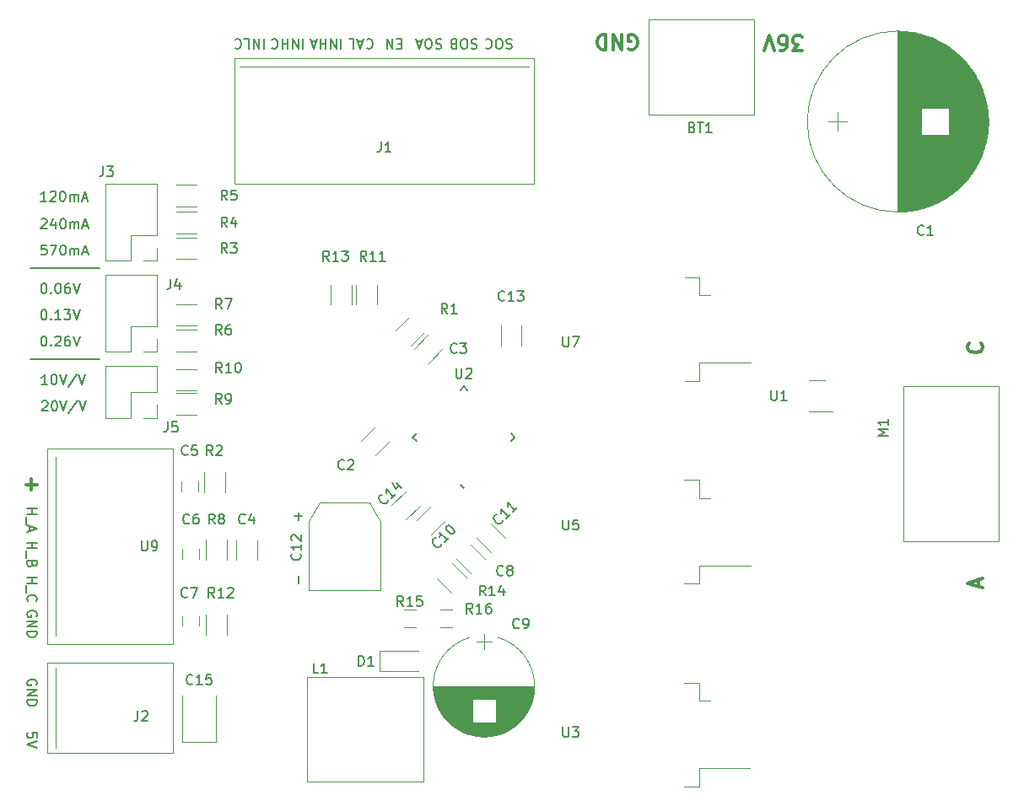
<source format=gto>
G04 #@! TF.GenerationSoftware,KiCad,Pcbnew,(5.0.1)-3*
G04 #@! TF.CreationDate,2018-10-29T22:15:53-04:00*
G04 #@! TF.ProjectId,GCEW,474345572E6B696361645F7063620000,rev?*
G04 #@! TF.SameCoordinates,Original*
G04 #@! TF.FileFunction,Legend,Top*
G04 #@! TF.FilePolarity,Positive*
%FSLAX46Y46*%
G04 Gerber Fmt 4.6, Leading zero omitted, Abs format (unit mm)*
G04 Created by KiCad (PCBNEW (5.0.1)-3) date 10/29/2018 10:15:53 PM*
%MOMM*%
%LPD*%
G01*
G04 APERTURE LIST*
%ADD10C,0.200000*%
%ADD11C,0.300000*%
%ADD12C,0.100000*%
%ADD13C,0.120000*%
%ADD14C,0.050000*%
%ADD15C,0.150000*%
G04 APERTURE END LIST*
D10*
X117900000Y-125338095D02*
X117947619Y-125242857D01*
X117947619Y-125100000D01*
X117900000Y-124957142D01*
X117804761Y-124861904D01*
X117709523Y-124814285D01*
X117519047Y-124766666D01*
X117376190Y-124766666D01*
X117185714Y-124814285D01*
X117090476Y-124861904D01*
X116995238Y-124957142D01*
X116947619Y-125100000D01*
X116947619Y-125195238D01*
X116995238Y-125338095D01*
X117042857Y-125385714D01*
X117376190Y-125385714D01*
X117376190Y-125195238D01*
X116947619Y-125814285D02*
X117947619Y-125814285D01*
X116947619Y-126385714D01*
X117947619Y-126385714D01*
X116947619Y-126861904D02*
X117947619Y-126861904D01*
X117947619Y-127100000D01*
X117900000Y-127242857D01*
X117804761Y-127338095D01*
X117709523Y-127385714D01*
X117519047Y-127433333D01*
X117376190Y-127433333D01*
X117185714Y-127385714D01*
X117090476Y-127338095D01*
X116995238Y-127242857D01*
X116947619Y-127100000D01*
X116947619Y-126861904D01*
X116947619Y-121433333D02*
X117947619Y-121433333D01*
X117471428Y-121433333D02*
X117471428Y-122004761D01*
X116947619Y-122004761D02*
X117947619Y-122004761D01*
X116852380Y-122242857D02*
X116852380Y-123004761D01*
X117042857Y-123814285D02*
X116995238Y-123766666D01*
X116947619Y-123623809D01*
X116947619Y-123528571D01*
X116995238Y-123385714D01*
X117090476Y-123290476D01*
X117185714Y-123242857D01*
X117376190Y-123195238D01*
X117519047Y-123195238D01*
X117709523Y-123242857D01*
X117804761Y-123290476D01*
X117900000Y-123385714D01*
X117947619Y-123528571D01*
X117947619Y-123623809D01*
X117900000Y-123766666D01*
X117852380Y-123814285D01*
X116947619Y-117933333D02*
X117947619Y-117933333D01*
X117471428Y-117933333D02*
X117471428Y-118504761D01*
X116947619Y-118504761D02*
X117947619Y-118504761D01*
X116852380Y-118742857D02*
X116852380Y-119504761D01*
X117471428Y-120076190D02*
X117423809Y-120219047D01*
X117376190Y-120266666D01*
X117280952Y-120314285D01*
X117138095Y-120314285D01*
X117042857Y-120266666D01*
X116995238Y-120219047D01*
X116947619Y-120123809D01*
X116947619Y-119742857D01*
X117947619Y-119742857D01*
X117947619Y-120076190D01*
X117900000Y-120171428D01*
X117852380Y-120219047D01*
X117757142Y-120266666D01*
X117661904Y-120266666D01*
X117566666Y-120219047D01*
X117519047Y-120171428D01*
X117471428Y-120076190D01*
X117471428Y-119742857D01*
X116947619Y-114504761D02*
X117947619Y-114504761D01*
X117471428Y-114504761D02*
X117471428Y-115076190D01*
X116947619Y-115076190D02*
X117947619Y-115076190D01*
X116852380Y-115314285D02*
X116852380Y-116076190D01*
X117233333Y-116266666D02*
X117233333Y-116742857D01*
X116947619Y-116171428D02*
X117947619Y-116504761D01*
X116947619Y-116838095D01*
D11*
X116828571Y-112107142D02*
X117971428Y-112107142D01*
X117400000Y-112678571D02*
X117400000Y-111535714D01*
D10*
X140728571Y-67347619D02*
X140728571Y-68347619D01*
X140252380Y-67347619D02*
X140252380Y-68347619D01*
X139680952Y-67347619D01*
X139680952Y-68347619D01*
X138728571Y-67347619D02*
X139204761Y-67347619D01*
X139204761Y-68347619D01*
X137823809Y-67442857D02*
X137871428Y-67395238D01*
X138014285Y-67347619D01*
X138109523Y-67347619D01*
X138252380Y-67395238D01*
X138347619Y-67490476D01*
X138395238Y-67585714D01*
X138442857Y-67776190D01*
X138442857Y-67919047D01*
X138395238Y-68109523D01*
X138347619Y-68204761D01*
X138252380Y-68300000D01*
X138109523Y-68347619D01*
X138014285Y-68347619D01*
X137871428Y-68300000D01*
X137823809Y-68252380D01*
X144647619Y-67347619D02*
X144647619Y-68347619D01*
X144171428Y-67347619D02*
X144171428Y-68347619D01*
X143600000Y-67347619D01*
X143600000Y-68347619D01*
X143123809Y-67347619D02*
X143123809Y-68347619D01*
X143123809Y-67871428D02*
X142552380Y-67871428D01*
X142552380Y-67347619D02*
X142552380Y-68347619D01*
X141504761Y-67442857D02*
X141552380Y-67395238D01*
X141695238Y-67347619D01*
X141790476Y-67347619D01*
X141933333Y-67395238D01*
X142028571Y-67490476D01*
X142076190Y-67585714D01*
X142123809Y-67776190D01*
X142123809Y-67919047D01*
X142076190Y-68109523D01*
X142028571Y-68204761D01*
X141933333Y-68300000D01*
X141790476Y-68347619D01*
X141695238Y-68347619D01*
X141552380Y-68300000D01*
X141504761Y-68252380D01*
X148476190Y-67347619D02*
X148476190Y-68347619D01*
X148000000Y-67347619D02*
X148000000Y-68347619D01*
X147428571Y-67347619D01*
X147428571Y-68347619D01*
X146952380Y-67347619D02*
X146952380Y-68347619D01*
X146952380Y-67871428D02*
X146380952Y-67871428D01*
X146380952Y-67347619D02*
X146380952Y-68347619D01*
X145952380Y-67633333D02*
X145476190Y-67633333D01*
X146047619Y-67347619D02*
X145714285Y-68347619D01*
X145380952Y-67347619D01*
X151023809Y-67442857D02*
X151071428Y-67395238D01*
X151214285Y-67347619D01*
X151309523Y-67347619D01*
X151452380Y-67395238D01*
X151547619Y-67490476D01*
X151595238Y-67585714D01*
X151642857Y-67776190D01*
X151642857Y-67919047D01*
X151595238Y-68109523D01*
X151547619Y-68204761D01*
X151452380Y-68300000D01*
X151309523Y-68347619D01*
X151214285Y-68347619D01*
X151071428Y-68300000D01*
X151023809Y-68252380D01*
X150642857Y-67633333D02*
X150166666Y-67633333D01*
X150738095Y-67347619D02*
X150404761Y-68347619D01*
X150071428Y-67347619D01*
X149261904Y-67347619D02*
X149738095Y-67347619D01*
X149738095Y-68347619D01*
X154538095Y-67871428D02*
X154204761Y-67871428D01*
X154061904Y-67347619D02*
X154538095Y-67347619D01*
X154538095Y-68347619D01*
X154061904Y-68347619D01*
X153633333Y-67347619D02*
X153633333Y-68347619D01*
X153061904Y-67347619D01*
X153061904Y-68347619D01*
X158538095Y-67395238D02*
X158395238Y-67347619D01*
X158157142Y-67347619D01*
X158061904Y-67395238D01*
X158014285Y-67442857D01*
X157966666Y-67538095D01*
X157966666Y-67633333D01*
X158014285Y-67728571D01*
X158061904Y-67776190D01*
X158157142Y-67823809D01*
X158347619Y-67871428D01*
X158442857Y-67919047D01*
X158490476Y-67966666D01*
X158538095Y-68061904D01*
X158538095Y-68157142D01*
X158490476Y-68252380D01*
X158442857Y-68300000D01*
X158347619Y-68347619D01*
X158109523Y-68347619D01*
X157966666Y-68300000D01*
X157347619Y-68347619D02*
X157157142Y-68347619D01*
X157061904Y-68300000D01*
X156966666Y-68204761D01*
X156919047Y-68014285D01*
X156919047Y-67680952D01*
X156966666Y-67490476D01*
X157061904Y-67395238D01*
X157157142Y-67347619D01*
X157347619Y-67347619D01*
X157442857Y-67395238D01*
X157538095Y-67490476D01*
X157585714Y-67680952D01*
X157585714Y-68014285D01*
X157538095Y-68204761D01*
X157442857Y-68300000D01*
X157347619Y-68347619D01*
X156538095Y-67633333D02*
X156061904Y-67633333D01*
X156633333Y-67347619D02*
X156300000Y-68347619D01*
X155966666Y-67347619D01*
X162109523Y-67395238D02*
X161966666Y-67347619D01*
X161728571Y-67347619D01*
X161633333Y-67395238D01*
X161585714Y-67442857D01*
X161538095Y-67538095D01*
X161538095Y-67633333D01*
X161585714Y-67728571D01*
X161633333Y-67776190D01*
X161728571Y-67823809D01*
X161919047Y-67871428D01*
X162014285Y-67919047D01*
X162061904Y-67966666D01*
X162109523Y-68061904D01*
X162109523Y-68157142D01*
X162061904Y-68252380D01*
X162014285Y-68300000D01*
X161919047Y-68347619D01*
X161680952Y-68347619D01*
X161538095Y-68300000D01*
X160919047Y-68347619D02*
X160728571Y-68347619D01*
X160633333Y-68300000D01*
X160538095Y-68204761D01*
X160490476Y-68014285D01*
X160490476Y-67680952D01*
X160538095Y-67490476D01*
X160633333Y-67395238D01*
X160728571Y-67347619D01*
X160919047Y-67347619D01*
X161014285Y-67395238D01*
X161109523Y-67490476D01*
X161157142Y-67680952D01*
X161157142Y-68014285D01*
X161109523Y-68204761D01*
X161014285Y-68300000D01*
X160919047Y-68347619D01*
X159728571Y-67871428D02*
X159585714Y-67823809D01*
X159538095Y-67776190D01*
X159490476Y-67680952D01*
X159490476Y-67538095D01*
X159538095Y-67442857D01*
X159585714Y-67395238D01*
X159680952Y-67347619D01*
X160061904Y-67347619D01*
X160061904Y-68347619D01*
X159728571Y-68347619D01*
X159633333Y-68300000D01*
X159585714Y-68252380D01*
X159538095Y-68157142D01*
X159538095Y-68061904D01*
X159585714Y-67966666D01*
X159633333Y-67919047D01*
X159728571Y-67871428D01*
X160061904Y-67871428D01*
X165609523Y-67395238D02*
X165466666Y-67347619D01*
X165228571Y-67347619D01*
X165133333Y-67395238D01*
X165085714Y-67442857D01*
X165038095Y-67538095D01*
X165038095Y-67633333D01*
X165085714Y-67728571D01*
X165133333Y-67776190D01*
X165228571Y-67823809D01*
X165419047Y-67871428D01*
X165514285Y-67919047D01*
X165561904Y-67966666D01*
X165609523Y-68061904D01*
X165609523Y-68157142D01*
X165561904Y-68252380D01*
X165514285Y-68300000D01*
X165419047Y-68347619D01*
X165180952Y-68347619D01*
X165038095Y-68300000D01*
X164419047Y-68347619D02*
X164228571Y-68347619D01*
X164133333Y-68300000D01*
X164038095Y-68204761D01*
X163990476Y-68014285D01*
X163990476Y-67680952D01*
X164038095Y-67490476D01*
X164133333Y-67395238D01*
X164228571Y-67347619D01*
X164419047Y-67347619D01*
X164514285Y-67395238D01*
X164609523Y-67490476D01*
X164657142Y-67680952D01*
X164657142Y-68014285D01*
X164609523Y-68204761D01*
X164514285Y-68300000D01*
X164419047Y-68347619D01*
X162990476Y-67442857D02*
X163038095Y-67395238D01*
X163180952Y-67347619D01*
X163276190Y-67347619D01*
X163419047Y-67395238D01*
X163514285Y-67490476D01*
X163561904Y-67585714D01*
X163609523Y-67776190D01*
X163609523Y-67919047D01*
X163561904Y-68109523D01*
X163514285Y-68204761D01*
X163419047Y-68300000D01*
X163276190Y-68347619D01*
X163180952Y-68347619D01*
X163038095Y-68300000D01*
X162990476Y-68252380D01*
D11*
X177342857Y-68350000D02*
X177485714Y-68421428D01*
X177700000Y-68421428D01*
X177914285Y-68350000D01*
X178057142Y-68207142D01*
X178128571Y-68064285D01*
X178200000Y-67778571D01*
X178200000Y-67564285D01*
X178128571Y-67278571D01*
X178057142Y-67135714D01*
X177914285Y-66992857D01*
X177700000Y-66921428D01*
X177557142Y-66921428D01*
X177342857Y-66992857D01*
X177271428Y-67064285D01*
X177271428Y-67564285D01*
X177557142Y-67564285D01*
X176628571Y-66921428D02*
X176628571Y-68421428D01*
X175771428Y-66921428D01*
X175771428Y-68421428D01*
X175057142Y-66921428D02*
X175057142Y-68421428D01*
X174700000Y-68421428D01*
X174485714Y-68350000D01*
X174342857Y-68207142D01*
X174271428Y-68064285D01*
X174200000Y-67778571D01*
X174200000Y-67564285D01*
X174271428Y-67278571D01*
X174342857Y-67135714D01*
X174485714Y-66992857D01*
X174700000Y-66921428D01*
X175057142Y-66921428D01*
X194757142Y-68521428D02*
X193828571Y-68521428D01*
X194328571Y-67950000D01*
X194114285Y-67950000D01*
X193971428Y-67878571D01*
X193900000Y-67807142D01*
X193828571Y-67664285D01*
X193828571Y-67307142D01*
X193900000Y-67164285D01*
X193971428Y-67092857D01*
X194114285Y-67021428D01*
X194542857Y-67021428D01*
X194685714Y-67092857D01*
X194757142Y-67164285D01*
X192542857Y-68521428D02*
X192828571Y-68521428D01*
X192971428Y-68450000D01*
X193042857Y-68378571D01*
X193185714Y-68164285D01*
X193257142Y-67878571D01*
X193257142Y-67307142D01*
X193185714Y-67164285D01*
X193114285Y-67092857D01*
X192971428Y-67021428D01*
X192685714Y-67021428D01*
X192542857Y-67092857D01*
X192471428Y-67164285D01*
X192400000Y-67307142D01*
X192400000Y-67664285D01*
X192471428Y-67807142D01*
X192542857Y-67878571D01*
X192685714Y-67950000D01*
X192971428Y-67950000D01*
X193114285Y-67878571D01*
X193185714Y-67807142D01*
X193257142Y-67664285D01*
X191971428Y-68521428D02*
X191471428Y-67021428D01*
X190971428Y-68521428D01*
X212735714Y-97935714D02*
X212807142Y-98007142D01*
X212878571Y-98221428D01*
X212878571Y-98364285D01*
X212807142Y-98578571D01*
X212664285Y-98721428D01*
X212521428Y-98792857D01*
X212235714Y-98864285D01*
X212021428Y-98864285D01*
X211735714Y-98792857D01*
X211592857Y-98721428D01*
X211450000Y-98578571D01*
X211378571Y-98364285D01*
X211378571Y-98221428D01*
X211450000Y-98007142D01*
X211521428Y-97935714D01*
X212450000Y-122357142D02*
X212450000Y-121642857D01*
X212878571Y-122500000D02*
X211378571Y-122000000D01*
X212878571Y-121500000D01*
D10*
X117900000Y-132238095D02*
X117947619Y-132142857D01*
X117947619Y-132000000D01*
X117900000Y-131857142D01*
X117804761Y-131761904D01*
X117709523Y-131714285D01*
X117519047Y-131666666D01*
X117376190Y-131666666D01*
X117185714Y-131714285D01*
X117090476Y-131761904D01*
X116995238Y-131857142D01*
X116947619Y-132000000D01*
X116947619Y-132095238D01*
X116995238Y-132238095D01*
X117042857Y-132285714D01*
X117376190Y-132285714D01*
X117376190Y-132095238D01*
X116947619Y-132714285D02*
X117947619Y-132714285D01*
X116947619Y-133285714D01*
X117947619Y-133285714D01*
X116947619Y-133761904D02*
X117947619Y-133761904D01*
X117947619Y-134000000D01*
X117900000Y-134142857D01*
X117804761Y-134238095D01*
X117709523Y-134285714D01*
X117519047Y-134333333D01*
X117376190Y-134333333D01*
X117185714Y-134285714D01*
X117090476Y-134238095D01*
X116995238Y-134142857D01*
X116947619Y-134000000D01*
X116947619Y-133761904D01*
X117947619Y-137509523D02*
X117947619Y-137033333D01*
X117471428Y-136985714D01*
X117519047Y-137033333D01*
X117566666Y-137128571D01*
X117566666Y-137366666D01*
X117519047Y-137461904D01*
X117471428Y-137509523D01*
X117376190Y-137557142D01*
X117138095Y-137557142D01*
X117042857Y-137509523D01*
X116995238Y-137461904D01*
X116947619Y-137366666D01*
X116947619Y-137128571D01*
X116995238Y-137033333D01*
X117042857Y-136985714D01*
X117947619Y-137842857D02*
X116947619Y-138176190D01*
X117947619Y-138509523D01*
X124250000Y-99500000D02*
X117250000Y-99500000D01*
X124250000Y-90350000D02*
X117250000Y-90350000D01*
X118457142Y-103797619D02*
X118504761Y-103750000D01*
X118600000Y-103702380D01*
X118838095Y-103702380D01*
X118933333Y-103750000D01*
X118980952Y-103797619D01*
X119028571Y-103892857D01*
X119028571Y-103988095D01*
X118980952Y-104130952D01*
X118409523Y-104702380D01*
X119028571Y-104702380D01*
X119647619Y-103702380D02*
X119742857Y-103702380D01*
X119838095Y-103750000D01*
X119885714Y-103797619D01*
X119933333Y-103892857D01*
X119980952Y-104083333D01*
X119980952Y-104321428D01*
X119933333Y-104511904D01*
X119885714Y-104607142D01*
X119838095Y-104654761D01*
X119742857Y-104702380D01*
X119647619Y-104702380D01*
X119552380Y-104654761D01*
X119504761Y-104607142D01*
X119457142Y-104511904D01*
X119409523Y-104321428D01*
X119409523Y-104083333D01*
X119457142Y-103892857D01*
X119504761Y-103797619D01*
X119552380Y-103750000D01*
X119647619Y-103702380D01*
X120266666Y-103702380D02*
X120600000Y-104702380D01*
X120933333Y-103702380D01*
X121980952Y-103654761D02*
X121123809Y-104940476D01*
X122171428Y-103702380D02*
X122504761Y-104702380D01*
X122838095Y-103702380D01*
X118978571Y-102052380D02*
X118407142Y-102052380D01*
X118692857Y-102052380D02*
X118692857Y-101052380D01*
X118597619Y-101195238D01*
X118502380Y-101290476D01*
X118407142Y-101338095D01*
X119597619Y-101052380D02*
X119692857Y-101052380D01*
X119788095Y-101100000D01*
X119835714Y-101147619D01*
X119883333Y-101242857D01*
X119930952Y-101433333D01*
X119930952Y-101671428D01*
X119883333Y-101861904D01*
X119835714Y-101957142D01*
X119788095Y-102004761D01*
X119692857Y-102052380D01*
X119597619Y-102052380D01*
X119502380Y-102004761D01*
X119454761Y-101957142D01*
X119407142Y-101861904D01*
X119359523Y-101671428D01*
X119359523Y-101433333D01*
X119407142Y-101242857D01*
X119454761Y-101147619D01*
X119502380Y-101100000D01*
X119597619Y-101052380D01*
X120216666Y-101052380D02*
X120550000Y-102052380D01*
X120883333Y-101052380D01*
X121930952Y-101004761D02*
X121073809Y-102290476D01*
X122121428Y-101052380D02*
X122454761Y-102052380D01*
X122788095Y-101052380D01*
X118583333Y-97202380D02*
X118678571Y-97202380D01*
X118773809Y-97250000D01*
X118821428Y-97297619D01*
X118869047Y-97392857D01*
X118916666Y-97583333D01*
X118916666Y-97821428D01*
X118869047Y-98011904D01*
X118821428Y-98107142D01*
X118773809Y-98154761D01*
X118678571Y-98202380D01*
X118583333Y-98202380D01*
X118488095Y-98154761D01*
X118440476Y-98107142D01*
X118392857Y-98011904D01*
X118345238Y-97821428D01*
X118345238Y-97583333D01*
X118392857Y-97392857D01*
X118440476Y-97297619D01*
X118488095Y-97250000D01*
X118583333Y-97202380D01*
X119345238Y-98107142D02*
X119392857Y-98154761D01*
X119345238Y-98202380D01*
X119297619Y-98154761D01*
X119345238Y-98107142D01*
X119345238Y-98202380D01*
X119773809Y-97297619D02*
X119821428Y-97250000D01*
X119916666Y-97202380D01*
X120154761Y-97202380D01*
X120250000Y-97250000D01*
X120297619Y-97297619D01*
X120345238Y-97392857D01*
X120345238Y-97488095D01*
X120297619Y-97630952D01*
X119726190Y-98202380D01*
X120345238Y-98202380D01*
X121202380Y-97202380D02*
X121011904Y-97202380D01*
X120916666Y-97250000D01*
X120869047Y-97297619D01*
X120773809Y-97440476D01*
X120726190Y-97630952D01*
X120726190Y-98011904D01*
X120773809Y-98107142D01*
X120821428Y-98154761D01*
X120916666Y-98202380D01*
X121107142Y-98202380D01*
X121202380Y-98154761D01*
X121250000Y-98107142D01*
X121297619Y-98011904D01*
X121297619Y-97773809D01*
X121250000Y-97678571D01*
X121202380Y-97630952D01*
X121107142Y-97583333D01*
X120916666Y-97583333D01*
X120821428Y-97630952D01*
X120773809Y-97678571D01*
X120726190Y-97773809D01*
X121583333Y-97202380D02*
X121916666Y-98202380D01*
X122250000Y-97202380D01*
X118583333Y-94552380D02*
X118678571Y-94552380D01*
X118773809Y-94600000D01*
X118821428Y-94647619D01*
X118869047Y-94742857D01*
X118916666Y-94933333D01*
X118916666Y-95171428D01*
X118869047Y-95361904D01*
X118821428Y-95457142D01*
X118773809Y-95504761D01*
X118678571Y-95552380D01*
X118583333Y-95552380D01*
X118488095Y-95504761D01*
X118440476Y-95457142D01*
X118392857Y-95361904D01*
X118345238Y-95171428D01*
X118345238Y-94933333D01*
X118392857Y-94742857D01*
X118440476Y-94647619D01*
X118488095Y-94600000D01*
X118583333Y-94552380D01*
X119345238Y-95457142D02*
X119392857Y-95504761D01*
X119345238Y-95552380D01*
X119297619Y-95504761D01*
X119345238Y-95457142D01*
X119345238Y-95552380D01*
X120345238Y-95552380D02*
X119773809Y-95552380D01*
X120059523Y-95552380D02*
X120059523Y-94552380D01*
X119964285Y-94695238D01*
X119869047Y-94790476D01*
X119773809Y-94838095D01*
X120678571Y-94552380D02*
X121297619Y-94552380D01*
X120964285Y-94933333D01*
X121107142Y-94933333D01*
X121202380Y-94980952D01*
X121250000Y-95028571D01*
X121297619Y-95123809D01*
X121297619Y-95361904D01*
X121250000Y-95457142D01*
X121202380Y-95504761D01*
X121107142Y-95552380D01*
X120821428Y-95552380D01*
X120726190Y-95504761D01*
X120678571Y-95457142D01*
X121583333Y-94552380D02*
X121916666Y-95552380D01*
X122250000Y-94552380D01*
X118583333Y-91902380D02*
X118678571Y-91902380D01*
X118773809Y-91950000D01*
X118821428Y-91997619D01*
X118869047Y-92092857D01*
X118916666Y-92283333D01*
X118916666Y-92521428D01*
X118869047Y-92711904D01*
X118821428Y-92807142D01*
X118773809Y-92854761D01*
X118678571Y-92902380D01*
X118583333Y-92902380D01*
X118488095Y-92854761D01*
X118440476Y-92807142D01*
X118392857Y-92711904D01*
X118345238Y-92521428D01*
X118345238Y-92283333D01*
X118392857Y-92092857D01*
X118440476Y-91997619D01*
X118488095Y-91950000D01*
X118583333Y-91902380D01*
X119345238Y-92807142D02*
X119392857Y-92854761D01*
X119345238Y-92902380D01*
X119297619Y-92854761D01*
X119345238Y-92807142D01*
X119345238Y-92902380D01*
X120011904Y-91902380D02*
X120107142Y-91902380D01*
X120202380Y-91950000D01*
X120250000Y-91997619D01*
X120297619Y-92092857D01*
X120345238Y-92283333D01*
X120345238Y-92521428D01*
X120297619Y-92711904D01*
X120250000Y-92807142D01*
X120202380Y-92854761D01*
X120107142Y-92902380D01*
X120011904Y-92902380D01*
X119916666Y-92854761D01*
X119869047Y-92807142D01*
X119821428Y-92711904D01*
X119773809Y-92521428D01*
X119773809Y-92283333D01*
X119821428Y-92092857D01*
X119869047Y-91997619D01*
X119916666Y-91950000D01*
X120011904Y-91902380D01*
X121202380Y-91902380D02*
X121011904Y-91902380D01*
X120916666Y-91950000D01*
X120869047Y-91997619D01*
X120773809Y-92140476D01*
X120726190Y-92330952D01*
X120726190Y-92711904D01*
X120773809Y-92807142D01*
X120821428Y-92854761D01*
X120916666Y-92902380D01*
X121107142Y-92902380D01*
X121202380Y-92854761D01*
X121250000Y-92807142D01*
X121297619Y-92711904D01*
X121297619Y-92473809D01*
X121250000Y-92378571D01*
X121202380Y-92330952D01*
X121107142Y-92283333D01*
X120916666Y-92283333D01*
X120821428Y-92330952D01*
X120773809Y-92378571D01*
X120726190Y-92473809D01*
X121583333Y-91902380D02*
X121916666Y-92902380D01*
X122250000Y-91902380D01*
X118890476Y-88052380D02*
X118414285Y-88052380D01*
X118366666Y-88528571D01*
X118414285Y-88480952D01*
X118509523Y-88433333D01*
X118747619Y-88433333D01*
X118842857Y-88480952D01*
X118890476Y-88528571D01*
X118938095Y-88623809D01*
X118938095Y-88861904D01*
X118890476Y-88957142D01*
X118842857Y-89004761D01*
X118747619Y-89052380D01*
X118509523Y-89052380D01*
X118414285Y-89004761D01*
X118366666Y-88957142D01*
X119271428Y-88052380D02*
X119938095Y-88052380D01*
X119509523Y-89052380D01*
X120509523Y-88052380D02*
X120604761Y-88052380D01*
X120700000Y-88100000D01*
X120747619Y-88147619D01*
X120795238Y-88242857D01*
X120842857Y-88433333D01*
X120842857Y-88671428D01*
X120795238Y-88861904D01*
X120747619Y-88957142D01*
X120700000Y-89004761D01*
X120604761Y-89052380D01*
X120509523Y-89052380D01*
X120414285Y-89004761D01*
X120366666Y-88957142D01*
X120319047Y-88861904D01*
X120271428Y-88671428D01*
X120271428Y-88433333D01*
X120319047Y-88242857D01*
X120366666Y-88147619D01*
X120414285Y-88100000D01*
X120509523Y-88052380D01*
X121271428Y-89052380D02*
X121271428Y-88385714D01*
X121271428Y-88480952D02*
X121319047Y-88433333D01*
X121414285Y-88385714D01*
X121557142Y-88385714D01*
X121652380Y-88433333D01*
X121700000Y-88528571D01*
X121700000Y-89052380D01*
X121700000Y-88528571D02*
X121747619Y-88433333D01*
X121842857Y-88385714D01*
X121985714Y-88385714D01*
X122080952Y-88433333D01*
X122128571Y-88528571D01*
X122128571Y-89052380D01*
X122557142Y-88766666D02*
X123033333Y-88766666D01*
X122461904Y-89052380D02*
X122795238Y-88052380D01*
X123128571Y-89052380D01*
X118366666Y-85497619D02*
X118414285Y-85450000D01*
X118509523Y-85402380D01*
X118747619Y-85402380D01*
X118842857Y-85450000D01*
X118890476Y-85497619D01*
X118938095Y-85592857D01*
X118938095Y-85688095D01*
X118890476Y-85830952D01*
X118319047Y-86402380D01*
X118938095Y-86402380D01*
X119795238Y-85735714D02*
X119795238Y-86402380D01*
X119557142Y-85354761D02*
X119319047Y-86069047D01*
X119938095Y-86069047D01*
X120509523Y-85402380D02*
X120604761Y-85402380D01*
X120700000Y-85450000D01*
X120747619Y-85497619D01*
X120795238Y-85592857D01*
X120842857Y-85783333D01*
X120842857Y-86021428D01*
X120795238Y-86211904D01*
X120747619Y-86307142D01*
X120700000Y-86354761D01*
X120604761Y-86402380D01*
X120509523Y-86402380D01*
X120414285Y-86354761D01*
X120366666Y-86307142D01*
X120319047Y-86211904D01*
X120271428Y-86021428D01*
X120271428Y-85783333D01*
X120319047Y-85592857D01*
X120366666Y-85497619D01*
X120414285Y-85450000D01*
X120509523Y-85402380D01*
X121271428Y-86402380D02*
X121271428Y-85735714D01*
X121271428Y-85830952D02*
X121319047Y-85783333D01*
X121414285Y-85735714D01*
X121557142Y-85735714D01*
X121652380Y-85783333D01*
X121700000Y-85878571D01*
X121700000Y-86402380D01*
X121700000Y-85878571D02*
X121747619Y-85783333D01*
X121842857Y-85735714D01*
X121985714Y-85735714D01*
X122080952Y-85783333D01*
X122128571Y-85878571D01*
X122128571Y-86402380D01*
X122557142Y-86116666D02*
X123033333Y-86116666D01*
X122461904Y-86402380D02*
X122795238Y-85402380D01*
X123128571Y-86402380D01*
X118888095Y-83652380D02*
X118316666Y-83652380D01*
X118602380Y-83652380D02*
X118602380Y-82652380D01*
X118507142Y-82795238D01*
X118411904Y-82890476D01*
X118316666Y-82938095D01*
X119269047Y-82747619D02*
X119316666Y-82700000D01*
X119411904Y-82652380D01*
X119650000Y-82652380D01*
X119745238Y-82700000D01*
X119792857Y-82747619D01*
X119840476Y-82842857D01*
X119840476Y-82938095D01*
X119792857Y-83080952D01*
X119221428Y-83652380D01*
X119840476Y-83652380D01*
X120459523Y-82652380D02*
X120554761Y-82652380D01*
X120650000Y-82700000D01*
X120697619Y-82747619D01*
X120745238Y-82842857D01*
X120792857Y-83033333D01*
X120792857Y-83271428D01*
X120745238Y-83461904D01*
X120697619Y-83557142D01*
X120650000Y-83604761D01*
X120554761Y-83652380D01*
X120459523Y-83652380D01*
X120364285Y-83604761D01*
X120316666Y-83557142D01*
X120269047Y-83461904D01*
X120221428Y-83271428D01*
X120221428Y-83033333D01*
X120269047Y-82842857D01*
X120316666Y-82747619D01*
X120364285Y-82700000D01*
X120459523Y-82652380D01*
X121221428Y-83652380D02*
X121221428Y-82985714D01*
X121221428Y-83080952D02*
X121269047Y-83033333D01*
X121364285Y-82985714D01*
X121507142Y-82985714D01*
X121602380Y-83033333D01*
X121650000Y-83128571D01*
X121650000Y-83652380D01*
X121650000Y-83128571D02*
X121697619Y-83033333D01*
X121792857Y-82985714D01*
X121935714Y-82985714D01*
X122030952Y-83033333D01*
X122078571Y-83128571D01*
X122078571Y-83652380D01*
X122507142Y-83366666D02*
X122983333Y-83366666D01*
X122411904Y-83652380D02*
X122745238Y-82652380D01*
X123078571Y-83652380D01*
D12*
G04 #@! TO.C,BT1*
X179300000Y-65400000D02*
X179300000Y-75000000D01*
X189900000Y-65400000D02*
X179300000Y-65400000D01*
X189900000Y-75000000D02*
X189900000Y-65400000D01*
X179300000Y-75000000D02*
X189900000Y-75000000D01*
D13*
G04 #@! TO.C,C1*
X213440000Y-75650000D02*
G75*
G03X213440000Y-75650000I-9090000J0D01*
G01*
X204350000Y-66600000D02*
X204350000Y-84700000D01*
X204390000Y-66600000D02*
X204390000Y-84700000D01*
X204430000Y-66600000D02*
X204430000Y-84700000D01*
X204470000Y-66600000D02*
X204470000Y-84700000D01*
X204510000Y-66601000D02*
X204510000Y-84699000D01*
X204550000Y-66602000D02*
X204550000Y-84698000D01*
X204590000Y-66603000D02*
X204590000Y-84697000D01*
X204630000Y-66604000D02*
X204630000Y-84696000D01*
X204670000Y-66605000D02*
X204670000Y-84695000D01*
X204710000Y-66607000D02*
X204710000Y-84693000D01*
X204750000Y-66608000D02*
X204750000Y-84692000D01*
X204790000Y-66610000D02*
X204790000Y-84690000D01*
X204830000Y-66612000D02*
X204830000Y-84688000D01*
X204870000Y-66614000D02*
X204870000Y-84686000D01*
X204910000Y-66617000D02*
X204910000Y-84683000D01*
X204950000Y-66619000D02*
X204950000Y-84681000D01*
X204990000Y-66622000D02*
X204990000Y-84678000D01*
X205030000Y-66625000D02*
X205030000Y-84675000D01*
X205071000Y-66628000D02*
X205071000Y-84672000D01*
X205111000Y-66631000D02*
X205111000Y-84669000D01*
X205151000Y-66635000D02*
X205151000Y-84665000D01*
X205191000Y-66638000D02*
X205191000Y-84662000D01*
X205231000Y-66642000D02*
X205231000Y-84658000D01*
X205271000Y-66646000D02*
X205271000Y-84654000D01*
X205311000Y-66650000D02*
X205311000Y-84650000D01*
X205351000Y-66655000D02*
X205351000Y-84645000D01*
X205391000Y-66659000D02*
X205391000Y-84641000D01*
X205431000Y-66664000D02*
X205431000Y-84636000D01*
X205471000Y-66669000D02*
X205471000Y-84631000D01*
X205511000Y-66674000D02*
X205511000Y-84626000D01*
X205551000Y-66679000D02*
X205551000Y-84621000D01*
X205591000Y-66684000D02*
X205591000Y-84616000D01*
X205631000Y-66690000D02*
X205631000Y-84610000D01*
X205671000Y-66696000D02*
X205671000Y-84604000D01*
X205711000Y-66702000D02*
X205711000Y-84598000D01*
X205751000Y-66708000D02*
X205751000Y-84592000D01*
X205791000Y-66714000D02*
X205791000Y-84586000D01*
X205831000Y-66721000D02*
X205831000Y-84579000D01*
X205871000Y-66727000D02*
X205871000Y-84573000D01*
X205911000Y-66734000D02*
X205911000Y-84566000D01*
X205951000Y-66741000D02*
X205951000Y-84559000D01*
X205991000Y-66749000D02*
X205991000Y-84551000D01*
X206031000Y-66756000D02*
X206031000Y-84544000D01*
X206071000Y-66764000D02*
X206071000Y-84536000D01*
X206111000Y-66772000D02*
X206111000Y-84528000D01*
X206151000Y-66780000D02*
X206151000Y-84520000D01*
X206191000Y-66788000D02*
X206191000Y-84512000D01*
X206231000Y-66796000D02*
X206231000Y-84504000D01*
X206271000Y-66805000D02*
X206271000Y-84495000D01*
X206311000Y-66813000D02*
X206311000Y-84487000D01*
X206351000Y-66822000D02*
X206351000Y-84478000D01*
X206391000Y-66831000D02*
X206391000Y-84469000D01*
X206431000Y-66841000D02*
X206431000Y-84459000D01*
X206471000Y-66850000D02*
X206471000Y-84450000D01*
X206511000Y-66860000D02*
X206511000Y-84440000D01*
X206551000Y-66870000D02*
X206551000Y-84430000D01*
X206591000Y-66880000D02*
X206591000Y-84420000D01*
X206631000Y-66890000D02*
X206631000Y-84410000D01*
X206671000Y-66901000D02*
X206671000Y-84399000D01*
X206711000Y-66911000D02*
X206711000Y-84389000D01*
X206751000Y-66922000D02*
X206751000Y-74270000D01*
X206751000Y-77030000D02*
X206751000Y-84378000D01*
X206791000Y-66933000D02*
X206791000Y-74270000D01*
X206791000Y-77030000D02*
X206791000Y-84367000D01*
X206831000Y-66944000D02*
X206831000Y-74270000D01*
X206831000Y-77030000D02*
X206831000Y-84356000D01*
X206871000Y-66956000D02*
X206871000Y-74270000D01*
X206871000Y-77030000D02*
X206871000Y-84344000D01*
X206911000Y-66967000D02*
X206911000Y-74270000D01*
X206911000Y-77030000D02*
X206911000Y-84333000D01*
X206951000Y-66979000D02*
X206951000Y-74270000D01*
X206951000Y-77030000D02*
X206951000Y-84321000D01*
X206991000Y-66991000D02*
X206991000Y-74270000D01*
X206991000Y-77030000D02*
X206991000Y-84309000D01*
X207031000Y-67004000D02*
X207031000Y-74270000D01*
X207031000Y-77030000D02*
X207031000Y-84296000D01*
X207071000Y-67016000D02*
X207071000Y-74270000D01*
X207071000Y-77030000D02*
X207071000Y-84284000D01*
X207111000Y-67029000D02*
X207111000Y-74270000D01*
X207111000Y-77030000D02*
X207111000Y-84271000D01*
X207151000Y-67041000D02*
X207151000Y-74270000D01*
X207151000Y-77030000D02*
X207151000Y-84259000D01*
X207191000Y-67055000D02*
X207191000Y-74270000D01*
X207191000Y-77030000D02*
X207191000Y-84245000D01*
X207231000Y-67068000D02*
X207231000Y-74270000D01*
X207231000Y-77030000D02*
X207231000Y-84232000D01*
X207271000Y-67081000D02*
X207271000Y-74270000D01*
X207271000Y-77030000D02*
X207271000Y-84219000D01*
X207311000Y-67095000D02*
X207311000Y-74270000D01*
X207311000Y-77030000D02*
X207311000Y-84205000D01*
X207351000Y-67109000D02*
X207351000Y-74270000D01*
X207351000Y-77030000D02*
X207351000Y-84191000D01*
X207391000Y-67123000D02*
X207391000Y-74270000D01*
X207391000Y-77030000D02*
X207391000Y-84177000D01*
X207431000Y-67137000D02*
X207431000Y-74270000D01*
X207431000Y-77030000D02*
X207431000Y-84163000D01*
X207471000Y-67152000D02*
X207471000Y-74270000D01*
X207471000Y-77030000D02*
X207471000Y-84148000D01*
X207511000Y-67166000D02*
X207511000Y-74270000D01*
X207511000Y-77030000D02*
X207511000Y-84134000D01*
X207551000Y-67181000D02*
X207551000Y-74270000D01*
X207551000Y-77030000D02*
X207551000Y-84119000D01*
X207591000Y-67197000D02*
X207591000Y-74270000D01*
X207591000Y-77030000D02*
X207591000Y-84103000D01*
X207631000Y-67212000D02*
X207631000Y-74270000D01*
X207631000Y-77030000D02*
X207631000Y-84088000D01*
X207671000Y-67227000D02*
X207671000Y-74270000D01*
X207671000Y-77030000D02*
X207671000Y-84073000D01*
X207711000Y-67243000D02*
X207711000Y-74270000D01*
X207711000Y-77030000D02*
X207711000Y-84057000D01*
X207751000Y-67259000D02*
X207751000Y-74270000D01*
X207751000Y-77030000D02*
X207751000Y-84041000D01*
X207791000Y-67276000D02*
X207791000Y-74270000D01*
X207791000Y-77030000D02*
X207791000Y-84024000D01*
X207831000Y-67292000D02*
X207831000Y-74270000D01*
X207831000Y-77030000D02*
X207831000Y-84008000D01*
X207871000Y-67309000D02*
X207871000Y-74270000D01*
X207871000Y-77030000D02*
X207871000Y-83991000D01*
X207911000Y-67326000D02*
X207911000Y-74270000D01*
X207911000Y-77030000D02*
X207911000Y-83974000D01*
X207951000Y-67343000D02*
X207951000Y-74270000D01*
X207951000Y-77030000D02*
X207951000Y-83957000D01*
X207991000Y-67360000D02*
X207991000Y-74270000D01*
X207991000Y-77030000D02*
X207991000Y-83940000D01*
X208031000Y-67378000D02*
X208031000Y-74270000D01*
X208031000Y-77030000D02*
X208031000Y-83922000D01*
X208071000Y-67396000D02*
X208071000Y-74270000D01*
X208071000Y-77030000D02*
X208071000Y-83904000D01*
X208111000Y-67414000D02*
X208111000Y-74270000D01*
X208111000Y-77030000D02*
X208111000Y-83886000D01*
X208151000Y-67432000D02*
X208151000Y-74270000D01*
X208151000Y-77030000D02*
X208151000Y-83868000D01*
X208191000Y-67450000D02*
X208191000Y-74270000D01*
X208191000Y-77030000D02*
X208191000Y-83850000D01*
X208231000Y-67469000D02*
X208231000Y-74270000D01*
X208231000Y-77030000D02*
X208231000Y-83831000D01*
X208271000Y-67488000D02*
X208271000Y-74270000D01*
X208271000Y-77030000D02*
X208271000Y-83812000D01*
X208311000Y-67507000D02*
X208311000Y-74270000D01*
X208311000Y-77030000D02*
X208311000Y-83793000D01*
X208351000Y-67527000D02*
X208351000Y-74270000D01*
X208351000Y-77030000D02*
X208351000Y-83773000D01*
X208391000Y-67547000D02*
X208391000Y-74270000D01*
X208391000Y-77030000D02*
X208391000Y-83753000D01*
X208431000Y-67567000D02*
X208431000Y-74270000D01*
X208431000Y-77030000D02*
X208431000Y-83733000D01*
X208471000Y-67587000D02*
X208471000Y-74270000D01*
X208471000Y-77030000D02*
X208471000Y-83713000D01*
X208511000Y-67607000D02*
X208511000Y-74270000D01*
X208511000Y-77030000D02*
X208511000Y-83693000D01*
X208551000Y-67628000D02*
X208551000Y-74270000D01*
X208551000Y-77030000D02*
X208551000Y-83672000D01*
X208591000Y-67649000D02*
X208591000Y-74270000D01*
X208591000Y-77030000D02*
X208591000Y-83651000D01*
X208631000Y-67670000D02*
X208631000Y-74270000D01*
X208631000Y-77030000D02*
X208631000Y-83630000D01*
X208671000Y-67692000D02*
X208671000Y-74270000D01*
X208671000Y-77030000D02*
X208671000Y-83608000D01*
X208711000Y-67713000D02*
X208711000Y-74270000D01*
X208711000Y-77030000D02*
X208711000Y-83587000D01*
X208751000Y-67735000D02*
X208751000Y-74270000D01*
X208751000Y-77030000D02*
X208751000Y-83565000D01*
X208791000Y-67758000D02*
X208791000Y-74270000D01*
X208791000Y-77030000D02*
X208791000Y-83542000D01*
X208831000Y-67780000D02*
X208831000Y-74270000D01*
X208831000Y-77030000D02*
X208831000Y-83520000D01*
X208871000Y-67803000D02*
X208871000Y-74270000D01*
X208871000Y-77030000D02*
X208871000Y-83497000D01*
X208911000Y-67826000D02*
X208911000Y-74270000D01*
X208911000Y-77030000D02*
X208911000Y-83474000D01*
X208951000Y-67849000D02*
X208951000Y-74270000D01*
X208951000Y-77030000D02*
X208951000Y-83451000D01*
X208991000Y-67873000D02*
X208991000Y-74270000D01*
X208991000Y-77030000D02*
X208991000Y-83427000D01*
X209031000Y-67897000D02*
X209031000Y-74270000D01*
X209031000Y-77030000D02*
X209031000Y-83403000D01*
X209071000Y-67921000D02*
X209071000Y-74270000D01*
X209071000Y-77030000D02*
X209071000Y-83379000D01*
X209111000Y-67945000D02*
X209111000Y-74270000D01*
X209111000Y-77030000D02*
X209111000Y-83355000D01*
X209151000Y-67970000D02*
X209151000Y-74270000D01*
X209151000Y-77030000D02*
X209151000Y-83330000D01*
X209191000Y-67995000D02*
X209191000Y-74270000D01*
X209191000Y-77030000D02*
X209191000Y-83305000D01*
X209231000Y-68020000D02*
X209231000Y-74270000D01*
X209231000Y-77030000D02*
X209231000Y-83280000D01*
X209271000Y-68046000D02*
X209271000Y-74270000D01*
X209271000Y-77030000D02*
X209271000Y-83254000D01*
X209311000Y-68072000D02*
X209311000Y-74270000D01*
X209311000Y-77030000D02*
X209311000Y-83228000D01*
X209351000Y-68098000D02*
X209351000Y-74270000D01*
X209351000Y-77030000D02*
X209351000Y-83202000D01*
X209391000Y-68125000D02*
X209391000Y-74270000D01*
X209391000Y-77030000D02*
X209391000Y-83175000D01*
X209431000Y-68151000D02*
X209431000Y-74270000D01*
X209431000Y-77030000D02*
X209431000Y-83149000D01*
X209471000Y-68179000D02*
X209471000Y-74270000D01*
X209471000Y-77030000D02*
X209471000Y-83121000D01*
X209511000Y-68206000D02*
X209511000Y-83094000D01*
X209551000Y-68234000D02*
X209551000Y-83066000D01*
X209591000Y-68262000D02*
X209591000Y-83038000D01*
X209631000Y-68290000D02*
X209631000Y-83010000D01*
X209671000Y-68319000D02*
X209671000Y-82981000D01*
X209711000Y-68348000D02*
X209711000Y-82952000D01*
X209751000Y-68377000D02*
X209751000Y-82923000D01*
X209791000Y-68407000D02*
X209791000Y-82893000D01*
X209831000Y-68437000D02*
X209831000Y-82863000D01*
X209871000Y-68467000D02*
X209871000Y-82833000D01*
X209911000Y-68498000D02*
X209911000Y-82802000D01*
X209951000Y-68529000D02*
X209951000Y-82771000D01*
X209991000Y-68561000D02*
X209991000Y-82739000D01*
X210031000Y-68593000D02*
X210031000Y-82707000D01*
X210071000Y-68625000D02*
X210071000Y-82675000D01*
X210111000Y-68657000D02*
X210111000Y-82643000D01*
X210151000Y-68690000D02*
X210151000Y-82610000D01*
X210191000Y-68724000D02*
X210191000Y-82576000D01*
X210231000Y-68757000D02*
X210231000Y-82543000D01*
X210271000Y-68792000D02*
X210271000Y-82508000D01*
X210311000Y-68826000D02*
X210311000Y-82474000D01*
X210351000Y-68861000D02*
X210351000Y-82439000D01*
X210391000Y-68896000D02*
X210391000Y-82404000D01*
X210431000Y-68932000D02*
X210431000Y-82368000D01*
X210471000Y-68968000D02*
X210471000Y-82332000D01*
X210511000Y-69005000D02*
X210511000Y-82295000D01*
X210551000Y-69042000D02*
X210551000Y-82258000D01*
X210591000Y-69080000D02*
X210591000Y-82220000D01*
X210631000Y-69118000D02*
X210631000Y-82182000D01*
X210671000Y-69156000D02*
X210671000Y-82144000D01*
X210711000Y-69195000D02*
X210711000Y-82105000D01*
X210751000Y-69234000D02*
X210751000Y-82066000D01*
X210791000Y-69274000D02*
X210791000Y-82026000D01*
X210831000Y-69315000D02*
X210831000Y-81985000D01*
X210871000Y-69356000D02*
X210871000Y-81944000D01*
X210911000Y-69397000D02*
X210911000Y-81903000D01*
X210951000Y-69439000D02*
X210951000Y-81861000D01*
X210991000Y-69482000D02*
X210991000Y-81818000D01*
X211031000Y-69525000D02*
X211031000Y-81775000D01*
X211071000Y-69568000D02*
X211071000Y-81732000D01*
X211111000Y-69612000D02*
X211111000Y-81688000D01*
X211151000Y-69657000D02*
X211151000Y-81643000D01*
X211191000Y-69703000D02*
X211191000Y-81597000D01*
X211231000Y-69749000D02*
X211231000Y-81551000D01*
X211271000Y-69795000D02*
X211271000Y-81505000D01*
X211311000Y-69843000D02*
X211311000Y-81457000D01*
X211351000Y-69891000D02*
X211351000Y-81409000D01*
X211391000Y-69939000D02*
X211391000Y-81361000D01*
X211431000Y-69988000D02*
X211431000Y-81312000D01*
X211471000Y-70039000D02*
X211471000Y-81261000D01*
X211511000Y-70089000D02*
X211511000Y-81211000D01*
X211551000Y-70141000D02*
X211551000Y-81159000D01*
X211591000Y-70193000D02*
X211591000Y-81107000D01*
X211631000Y-70246000D02*
X211631000Y-81054000D01*
X211671000Y-70300000D02*
X211671000Y-81000000D01*
X211711000Y-70355000D02*
X211711000Y-80945000D01*
X211751000Y-70410000D02*
X211751000Y-80890000D01*
X211791000Y-70467000D02*
X211791000Y-80833000D01*
X211831000Y-70524000D02*
X211831000Y-80776000D01*
X211871000Y-70583000D02*
X211871000Y-80717000D01*
X211911000Y-70642000D02*
X211911000Y-80658000D01*
X211951000Y-70703000D02*
X211951000Y-80597000D01*
X211991000Y-70764000D02*
X211991000Y-80536000D01*
X212031000Y-70827000D02*
X212031000Y-80473000D01*
X212071000Y-70891000D02*
X212071000Y-80409000D01*
X212111000Y-70956000D02*
X212111000Y-80344000D01*
X212151000Y-71022000D02*
X212151000Y-80278000D01*
X212191000Y-71089000D02*
X212191000Y-80211000D01*
X212231000Y-71158000D02*
X212231000Y-80142000D01*
X212271000Y-71228000D02*
X212271000Y-80072000D01*
X212311000Y-71300000D02*
X212311000Y-80000000D01*
X212351000Y-71373000D02*
X212351000Y-79927000D01*
X212391000Y-71448000D02*
X212391000Y-79852000D01*
X212431000Y-71525000D02*
X212431000Y-79775000D01*
X212471000Y-71604000D02*
X212471000Y-79696000D01*
X212511000Y-71684000D02*
X212511000Y-79616000D01*
X212550000Y-71767000D02*
X212550000Y-79533000D01*
X212590000Y-71851000D02*
X212590000Y-79449000D01*
X212630000Y-71939000D02*
X212630000Y-79361000D01*
X212670000Y-72028000D02*
X212670000Y-79272000D01*
X212710000Y-72120000D02*
X212710000Y-79180000D01*
X212750000Y-72216000D02*
X212750000Y-79084000D01*
X212790000Y-72314000D02*
X212790000Y-78986000D01*
X212830000Y-72416000D02*
X212830000Y-78884000D01*
X212870000Y-72521000D02*
X212870000Y-78779000D01*
X212910000Y-72631000D02*
X212910000Y-78669000D01*
X212950000Y-72745000D02*
X212950000Y-78555000D01*
X212990000Y-72865000D02*
X212990000Y-78435000D01*
X213030000Y-72990000D02*
X213030000Y-78310000D01*
X213070000Y-73122000D02*
X213070000Y-78178000D01*
X213110000Y-73262000D02*
X213110000Y-78038000D01*
X213150000Y-73412000D02*
X213150000Y-77888000D01*
X213190000Y-73572000D02*
X213190000Y-77728000D01*
X213230000Y-73747000D02*
X213230000Y-77553000D01*
X213270000Y-73940000D02*
X213270000Y-77360000D01*
X213310000Y-74158000D02*
X213310000Y-77142000D01*
X213350000Y-74414000D02*
X213350000Y-76886000D01*
X213390000Y-74737000D02*
X213390000Y-76563000D01*
X213430000Y-75263000D02*
X213430000Y-76037000D01*
X197400000Y-75650000D02*
X199200000Y-75650000D01*
X198300000Y-74750000D02*
X198300000Y-76550000D01*
G04 #@! TO.C,C2*
X151914142Y-109178356D02*
X153328356Y-107764142D01*
X151885858Y-106321644D02*
X150471644Y-107735858D01*
G04 #@! TO.C,C3*
X157214142Y-99928356D02*
X158628356Y-98514142D01*
X157185858Y-97071644D02*
X155771644Y-98485858D01*
G04 #@! TO.C,C4*
X140020000Y-119700000D02*
X140020000Y-117700000D01*
X137980000Y-117700000D02*
X137980000Y-119700000D01*
G04 #@! TO.C,C5*
X132400000Y-111800000D02*
X132400000Y-112800000D01*
X134100000Y-112800000D02*
X134100000Y-111800000D01*
G04 #@! TO.C,C6*
X132550000Y-118550000D02*
X132550000Y-119550000D01*
X134250000Y-119550000D02*
X134250000Y-118550000D01*
G04 #@! TO.C,C7*
X134250000Y-126300000D02*
X134250000Y-125300000D01*
X132550000Y-125300000D02*
X132550000Y-126300000D01*
G04 #@! TO.C,C8*
X162928356Y-119585858D02*
X161514142Y-118171644D01*
X160071644Y-119614142D02*
X161485858Y-121028356D01*
G04 #@! TO.C,C9*
X164183264Y-137248437D02*
G75*
G03X164180000Y-127450643I-1383264J4898437D01*
G01*
X161416736Y-137248437D02*
G75*
G02X161420000Y-127450643I1383264J4898437D01*
G01*
X161416736Y-137248437D02*
G75*
G03X164180000Y-137249357I1383264J4898437D01*
G01*
X167850000Y-132350000D02*
X157750000Y-132350000D01*
X167850000Y-132390000D02*
X157750000Y-132390000D01*
X167850000Y-132430000D02*
X157750000Y-132430000D01*
X167849000Y-132470000D02*
X157751000Y-132470000D01*
X167848000Y-132510000D02*
X157752000Y-132510000D01*
X167847000Y-132550000D02*
X157753000Y-132550000D01*
X167845000Y-132590000D02*
X157755000Y-132590000D01*
X167843000Y-132630000D02*
X157757000Y-132630000D01*
X167840000Y-132670000D02*
X157760000Y-132670000D01*
X167838000Y-132710000D02*
X157762000Y-132710000D01*
X167835000Y-132750000D02*
X157765000Y-132750000D01*
X167831000Y-132790000D02*
X157769000Y-132790000D01*
X167828000Y-132830000D02*
X157772000Y-132830000D01*
X167824000Y-132870000D02*
X157776000Y-132870000D01*
X167820000Y-132910000D02*
X157780000Y-132910000D01*
X167815000Y-132950000D02*
X157785000Y-132950000D01*
X167810000Y-132990000D02*
X157790000Y-132990000D01*
X167805000Y-133030000D02*
X157795000Y-133030000D01*
X167799000Y-133071000D02*
X157801000Y-133071000D01*
X167793000Y-133111000D02*
X157807000Y-133111000D01*
X167787000Y-133151000D02*
X157813000Y-133151000D01*
X167781000Y-133191000D02*
X157819000Y-133191000D01*
X167774000Y-133231000D02*
X157826000Y-133231000D01*
X167767000Y-133271000D02*
X157833000Y-133271000D01*
X167759000Y-133311000D02*
X157841000Y-133311000D01*
X167751000Y-133351000D02*
X157849000Y-133351000D01*
X167743000Y-133391000D02*
X157857000Y-133391000D01*
X167735000Y-133431000D02*
X157865000Y-133431000D01*
X167726000Y-133471000D02*
X157874000Y-133471000D01*
X167717000Y-133511000D02*
X157883000Y-133511000D01*
X167707000Y-133551000D02*
X157893000Y-133551000D01*
X167697000Y-133591000D02*
X157903000Y-133591000D01*
X167687000Y-133631000D02*
X157913000Y-133631000D01*
X167676000Y-133671000D02*
X163981000Y-133671000D01*
X161619000Y-133671000D02*
X157924000Y-133671000D01*
X167665000Y-133711000D02*
X163981000Y-133711000D01*
X161619000Y-133711000D02*
X157935000Y-133711000D01*
X167654000Y-133751000D02*
X163981000Y-133751000D01*
X161619000Y-133751000D02*
X157946000Y-133751000D01*
X167643000Y-133791000D02*
X163981000Y-133791000D01*
X161619000Y-133791000D02*
X157957000Y-133791000D01*
X167631000Y-133831000D02*
X163981000Y-133831000D01*
X161619000Y-133831000D02*
X157969000Y-133831000D01*
X167618000Y-133871000D02*
X163981000Y-133871000D01*
X161619000Y-133871000D02*
X157982000Y-133871000D01*
X167606000Y-133911000D02*
X163981000Y-133911000D01*
X161619000Y-133911000D02*
X157994000Y-133911000D01*
X167592000Y-133951000D02*
X163981000Y-133951000D01*
X161619000Y-133951000D02*
X158008000Y-133951000D01*
X167579000Y-133991000D02*
X163981000Y-133991000D01*
X161619000Y-133991000D02*
X158021000Y-133991000D01*
X167565000Y-134031000D02*
X163981000Y-134031000D01*
X161619000Y-134031000D02*
X158035000Y-134031000D01*
X167551000Y-134071000D02*
X163981000Y-134071000D01*
X161619000Y-134071000D02*
X158049000Y-134071000D01*
X167537000Y-134111000D02*
X163981000Y-134111000D01*
X161619000Y-134111000D02*
X158063000Y-134111000D01*
X167522000Y-134151000D02*
X163981000Y-134151000D01*
X161619000Y-134151000D02*
X158078000Y-134151000D01*
X167506000Y-134191000D02*
X163981000Y-134191000D01*
X161619000Y-134191000D02*
X158094000Y-134191000D01*
X167491000Y-134231000D02*
X163981000Y-134231000D01*
X161619000Y-134231000D02*
X158109000Y-134231000D01*
X167474000Y-134271000D02*
X163981000Y-134271000D01*
X161619000Y-134271000D02*
X158126000Y-134271000D01*
X167458000Y-134311000D02*
X163981000Y-134311000D01*
X161619000Y-134311000D02*
X158142000Y-134311000D01*
X167441000Y-134351000D02*
X163981000Y-134351000D01*
X161619000Y-134351000D02*
X158159000Y-134351000D01*
X167424000Y-134391000D02*
X163981000Y-134391000D01*
X161619000Y-134391000D02*
X158176000Y-134391000D01*
X167406000Y-134431000D02*
X163981000Y-134431000D01*
X161619000Y-134431000D02*
X158194000Y-134431000D01*
X167388000Y-134471000D02*
X163981000Y-134471000D01*
X161619000Y-134471000D02*
X158212000Y-134471000D01*
X167369000Y-134511000D02*
X163981000Y-134511000D01*
X161619000Y-134511000D02*
X158231000Y-134511000D01*
X167350000Y-134551000D02*
X163981000Y-134551000D01*
X161619000Y-134551000D02*
X158250000Y-134551000D01*
X167331000Y-134591000D02*
X163981000Y-134591000D01*
X161619000Y-134591000D02*
X158269000Y-134591000D01*
X167311000Y-134631000D02*
X163981000Y-134631000D01*
X161619000Y-134631000D02*
X158289000Y-134631000D01*
X167291000Y-134671000D02*
X163981000Y-134671000D01*
X161619000Y-134671000D02*
X158309000Y-134671000D01*
X167270000Y-134711000D02*
X163981000Y-134711000D01*
X161619000Y-134711000D02*
X158330000Y-134711000D01*
X167249000Y-134751000D02*
X163981000Y-134751000D01*
X161619000Y-134751000D02*
X158351000Y-134751000D01*
X167228000Y-134791000D02*
X163981000Y-134791000D01*
X161619000Y-134791000D02*
X158372000Y-134791000D01*
X167205000Y-134831000D02*
X163981000Y-134831000D01*
X161619000Y-134831000D02*
X158395000Y-134831000D01*
X167183000Y-134871000D02*
X163981000Y-134871000D01*
X161619000Y-134871000D02*
X158417000Y-134871000D01*
X167160000Y-134911000D02*
X163981000Y-134911000D01*
X161619000Y-134911000D02*
X158440000Y-134911000D01*
X167136000Y-134951000D02*
X163981000Y-134951000D01*
X161619000Y-134951000D02*
X158464000Y-134951000D01*
X167112000Y-134991000D02*
X163981000Y-134991000D01*
X161619000Y-134991000D02*
X158488000Y-134991000D01*
X167088000Y-135031000D02*
X163981000Y-135031000D01*
X161619000Y-135031000D02*
X158512000Y-135031000D01*
X167063000Y-135071000D02*
X163981000Y-135071000D01*
X161619000Y-135071000D02*
X158537000Y-135071000D01*
X167037000Y-135111000D02*
X163981000Y-135111000D01*
X161619000Y-135111000D02*
X158563000Y-135111000D01*
X167011000Y-135151000D02*
X163981000Y-135151000D01*
X161619000Y-135151000D02*
X158589000Y-135151000D01*
X166985000Y-135191000D02*
X163981000Y-135191000D01*
X161619000Y-135191000D02*
X158615000Y-135191000D01*
X166957000Y-135231000D02*
X163981000Y-135231000D01*
X161619000Y-135231000D02*
X158643000Y-135231000D01*
X166930000Y-135271000D02*
X163981000Y-135271000D01*
X161619000Y-135271000D02*
X158670000Y-135271000D01*
X166901000Y-135311000D02*
X163981000Y-135311000D01*
X161619000Y-135311000D02*
X158699000Y-135311000D01*
X166872000Y-135351000D02*
X163981000Y-135351000D01*
X161619000Y-135351000D02*
X158728000Y-135351000D01*
X166843000Y-135391000D02*
X163981000Y-135391000D01*
X161619000Y-135391000D02*
X158757000Y-135391000D01*
X166813000Y-135431000D02*
X163981000Y-135431000D01*
X161619000Y-135431000D02*
X158787000Y-135431000D01*
X166782000Y-135471000D02*
X163981000Y-135471000D01*
X161619000Y-135471000D02*
X158818000Y-135471000D01*
X166751000Y-135511000D02*
X163981000Y-135511000D01*
X161619000Y-135511000D02*
X158849000Y-135511000D01*
X166719000Y-135551000D02*
X163981000Y-135551000D01*
X161619000Y-135551000D02*
X158881000Y-135551000D01*
X166686000Y-135591000D02*
X163981000Y-135591000D01*
X161619000Y-135591000D02*
X158914000Y-135591000D01*
X166653000Y-135631000D02*
X163981000Y-135631000D01*
X161619000Y-135631000D02*
X158947000Y-135631000D01*
X166619000Y-135671000D02*
X163981000Y-135671000D01*
X161619000Y-135671000D02*
X158981000Y-135671000D01*
X166584000Y-135711000D02*
X163981000Y-135711000D01*
X161619000Y-135711000D02*
X159016000Y-135711000D01*
X166548000Y-135751000D02*
X163981000Y-135751000D01*
X161619000Y-135751000D02*
X159052000Y-135751000D01*
X166512000Y-135791000D02*
X163981000Y-135791000D01*
X161619000Y-135791000D02*
X159088000Y-135791000D01*
X166475000Y-135831000D02*
X163981000Y-135831000D01*
X161619000Y-135831000D02*
X159125000Y-135831000D01*
X166437000Y-135871000D02*
X163981000Y-135871000D01*
X161619000Y-135871000D02*
X159163000Y-135871000D01*
X166398000Y-135911000D02*
X163981000Y-135911000D01*
X161619000Y-135911000D02*
X159202000Y-135911000D01*
X166359000Y-135951000D02*
X163981000Y-135951000D01*
X161619000Y-135951000D02*
X159241000Y-135951000D01*
X166318000Y-135991000D02*
X163981000Y-135991000D01*
X161619000Y-135991000D02*
X159282000Y-135991000D01*
X166277000Y-136031000D02*
X159323000Y-136031000D01*
X166235000Y-136071000D02*
X159365000Y-136071000D01*
X166191000Y-136111000D02*
X159409000Y-136111000D01*
X166147000Y-136151000D02*
X159453000Y-136151000D01*
X166102000Y-136191000D02*
X159498000Y-136191000D01*
X166055000Y-136231000D02*
X159545000Y-136231000D01*
X166007000Y-136271000D02*
X159593000Y-136271000D01*
X165958000Y-136311000D02*
X159642000Y-136311000D01*
X165908000Y-136351000D02*
X159692000Y-136351000D01*
X165857000Y-136391000D02*
X159743000Y-136391000D01*
X165804000Y-136431000D02*
X159796000Y-136431000D01*
X165749000Y-136471000D02*
X159851000Y-136471000D01*
X165694000Y-136511000D02*
X159906000Y-136511000D01*
X165636000Y-136551000D02*
X159964000Y-136551000D01*
X165577000Y-136591000D02*
X160023000Y-136591000D01*
X165515000Y-136631000D02*
X160085000Y-136631000D01*
X165452000Y-136671000D02*
X160148000Y-136671000D01*
X165387000Y-136711000D02*
X160213000Y-136711000D01*
X165319000Y-136751000D02*
X160281000Y-136751000D01*
X165249000Y-136791000D02*
X160351000Y-136791000D01*
X165177000Y-136831000D02*
X160423000Y-136831000D01*
X165101000Y-136871000D02*
X160499000Y-136871000D01*
X165022000Y-136911000D02*
X160578000Y-136911000D01*
X164940000Y-136951000D02*
X160660000Y-136951000D01*
X164853000Y-136991000D02*
X160747000Y-136991000D01*
X164762000Y-137031000D02*
X160838000Y-137031000D01*
X164666000Y-137071000D02*
X160934000Y-137071000D01*
X164563000Y-137111000D02*
X161037000Y-137111000D01*
X164454000Y-137151000D02*
X161146000Y-137151000D01*
X164336000Y-137191000D02*
X161264000Y-137191000D01*
X164207000Y-137231000D02*
X161393000Y-137231000D01*
X164065000Y-137271000D02*
X161535000Y-137271000D01*
X163904000Y-137311000D02*
X161696000Y-137311000D01*
X163713000Y-137351000D02*
X161887000Y-137351000D01*
X163472000Y-137391000D02*
X162128000Y-137391000D01*
X163079000Y-137431000D02*
X162521000Y-137431000D01*
X162800000Y-127150000D02*
X162800000Y-128650000D01*
X163550000Y-127900000D02*
X162050000Y-127900000D01*
G04 #@! TO.C,C10*
X157528482Y-117114016D02*
X158942696Y-115699802D01*
X157500198Y-114257304D02*
X156085984Y-115671518D01*
G04 #@! TO.C,C11*
X164939016Y-117446518D02*
X163524802Y-116032304D01*
X162082304Y-117474802D02*
X163496518Y-118889016D01*
D12*
G04 #@! TO.C,C12*
X145200000Y-115750000D02*
X145200000Y-122750000D01*
X146300000Y-113950000D02*
X145200000Y-115750000D01*
X148800000Y-113950000D02*
X146300000Y-113950000D01*
X152400000Y-115750000D02*
X152400000Y-116450000D01*
X152100000Y-115250000D02*
X152400000Y-115750000D01*
X151300000Y-113950000D02*
X152100000Y-115250000D01*
X148800000Y-113950000D02*
X151300000Y-113950000D01*
X152400000Y-122750000D02*
X152400000Y-116350000D01*
X145200000Y-122750000D02*
X152400000Y-122750000D01*
D13*
G04 #@! TO.C,C13*
X164505000Y-96150000D02*
X164505000Y-98150000D01*
X166545000Y-98150000D02*
X166545000Y-96150000D01*
G04 #@! TO.C,C14*
X154935858Y-112771644D02*
X153521644Y-114185858D01*
X154964142Y-115628356D02*
X156378356Y-114214142D01*
G04 #@! TO.C,C15*
X132500000Y-137925000D02*
X132500000Y-133325000D01*
X135900000Y-137925000D02*
X135900000Y-133325000D01*
X132500000Y-137925000D02*
X135900000Y-137925000D01*
G04 #@! TO.C,D1*
X152350000Y-128850000D02*
X152350000Y-130850000D01*
X152350000Y-130850000D02*
X156200000Y-130850000D01*
X152350000Y-128850000D02*
X156200000Y-128850000D01*
D14*
G04 #@! TO.C,J1*
X138300000Y-70100000D02*
X167300000Y-70100000D01*
D12*
X137750000Y-69300000D02*
X137750000Y-81900000D01*
X167850000Y-69300000D02*
X137750000Y-69300000D01*
X167850000Y-81900000D02*
X167850000Y-69300000D01*
X137750000Y-81900000D02*
X167850000Y-81900000D01*
D14*
G04 #@! TO.C,J2*
X119800000Y-138525000D02*
X119800000Y-130525000D01*
D12*
X119000000Y-139075000D02*
X131600000Y-139075000D01*
X119000000Y-129975000D02*
X119000000Y-139075000D01*
X131600000Y-129975000D02*
X119000000Y-129975000D01*
X131600000Y-139075000D02*
X131600000Y-129975000D01*
D13*
G04 #@! TO.C,J3*
X129980000Y-81890000D02*
X124780000Y-81890000D01*
X129980000Y-87030000D02*
X129980000Y-81890000D01*
X124780000Y-89630000D02*
X124780000Y-81890000D01*
X129980000Y-87030000D02*
X127380000Y-87030000D01*
X127380000Y-87030000D02*
X127380000Y-89630000D01*
X127380000Y-89630000D02*
X124780000Y-89630000D01*
X129980000Y-88300000D02*
X129980000Y-89630000D01*
X129980000Y-89630000D02*
X128650000Y-89630000D01*
G04 #@! TO.C,J4*
X129980000Y-91040000D02*
X124780000Y-91040000D01*
X129980000Y-96180000D02*
X129980000Y-91040000D01*
X124780000Y-98780000D02*
X124780000Y-91040000D01*
X129980000Y-96180000D02*
X127380000Y-96180000D01*
X127380000Y-96180000D02*
X127380000Y-98780000D01*
X127380000Y-98780000D02*
X124780000Y-98780000D01*
X129980000Y-97450000D02*
X129980000Y-98780000D01*
X129980000Y-98780000D02*
X128650000Y-98780000D01*
G04 #@! TO.C,J5*
X129980000Y-100230000D02*
X124780000Y-100230000D01*
X129980000Y-102830000D02*
X129980000Y-100230000D01*
X124780000Y-105430000D02*
X124780000Y-100230000D01*
X129980000Y-102830000D02*
X127380000Y-102830000D01*
X127380000Y-102830000D02*
X127380000Y-105430000D01*
X127380000Y-105430000D02*
X124780000Y-105430000D01*
X129980000Y-104100000D02*
X129980000Y-105430000D01*
X129980000Y-105430000D02*
X128650000Y-105430000D01*
D12*
G04 #@! TO.C,L1*
X156750000Y-141950000D02*
X156750000Y-131450000D01*
X145050000Y-141950000D02*
X156750000Y-141950000D01*
X145050000Y-131450000D02*
X145050000Y-141950000D01*
X156750000Y-131450000D02*
X145050000Y-131450000D01*
G04 #@! TO.C,M1*
X204900000Y-117800000D02*
X204900000Y-102200000D01*
X214500000Y-117800000D02*
X204900000Y-117800000D01*
X214500000Y-102200000D02*
X214500000Y-117800000D01*
X204900000Y-102200000D02*
X214500000Y-102200000D01*
D13*
G04 #@! TO.C,R1*
X156838406Y-96774802D02*
X155424192Y-98189016D01*
X153910984Y-96675808D02*
X155325198Y-95261594D01*
G04 #@! TO.C,R2*
X134680000Y-112900000D02*
X134680000Y-110900000D01*
X136820000Y-110900000D02*
X136820000Y-112900000D01*
G04 #@! TO.C,R3*
X133950000Y-89470000D02*
X131950000Y-89470000D01*
X131950000Y-87330000D02*
X133950000Y-87330000D01*
G04 #@! TO.C,R4*
X133950000Y-86870000D02*
X131950000Y-86870000D01*
X131950000Y-84730000D02*
X133950000Y-84730000D01*
G04 #@! TO.C,R5*
X133950000Y-84170000D02*
X131950000Y-84170000D01*
X131950000Y-82030000D02*
X133950000Y-82030000D01*
G04 #@! TO.C,R6*
X133950000Y-98720000D02*
X131950000Y-98720000D01*
X131950000Y-96580000D02*
X133950000Y-96580000D01*
G04 #@! TO.C,R7*
X133950000Y-96120000D02*
X131950000Y-96120000D01*
X131950000Y-93980000D02*
X133950000Y-93980000D01*
G04 #@! TO.C,R8*
X134880000Y-119650000D02*
X134880000Y-117650000D01*
X137020000Y-117650000D02*
X137020000Y-119650000D01*
G04 #@! TO.C,R9*
X133950000Y-105070000D02*
X131950000Y-105070000D01*
X131950000Y-102930000D02*
X133950000Y-102930000D01*
G04 #@! TO.C,R10*
X133950000Y-102670000D02*
X131950000Y-102670000D01*
X131950000Y-100530000D02*
X133950000Y-100530000D01*
G04 #@! TO.C,R11*
X149950000Y-94030000D02*
X149950000Y-92030000D01*
X152090000Y-92030000D02*
X152090000Y-94030000D01*
G04 #@! TO.C,R12*
X137020000Y-125200000D02*
X137020000Y-127200000D01*
X134880000Y-127200000D02*
X134880000Y-125200000D01*
G04 #@! TO.C,R13*
X149530000Y-92030000D02*
X149530000Y-94030000D01*
X147390000Y-94030000D02*
X147390000Y-92030000D01*
G04 #@! TO.C,R14*
X159500503Y-122963711D02*
X158086289Y-121549497D01*
X159599497Y-120036289D02*
X161013711Y-121450503D01*
G04 #@! TO.C,R15*
X156000000Y-126430000D02*
X154800000Y-126430000D01*
X154800000Y-124670000D02*
X156000000Y-124670000D01*
G04 #@! TO.C,R16*
X159600000Y-126430000D02*
X158400000Y-126430000D01*
X158400000Y-124670000D02*
X159600000Y-124670000D01*
G04 #@! TO.C,U1*
X196200000Y-104750000D02*
X195400000Y-104750000D01*
X196200000Y-104750000D02*
X197800000Y-104750000D01*
X196200000Y-101650000D02*
X195400000Y-101650000D01*
X196200000Y-101650000D02*
X197000000Y-101650000D01*
D15*
G04 #@! TO.C,U2*
X155663076Y-107370800D02*
X156034307Y-107742031D01*
X160789600Y-102244276D02*
X161160831Y-102615507D01*
X165916124Y-107370800D02*
X165544893Y-106999569D01*
X160789600Y-112497324D02*
X160418369Y-112126093D01*
X160789600Y-102244276D02*
X160418369Y-102615507D01*
X165916124Y-107370800D02*
X165544893Y-107742031D01*
X155663076Y-107370800D02*
X156034307Y-106999569D01*
D13*
G04 #@! TO.C,U3*
X182900000Y-142400000D02*
X184400000Y-142400000D01*
X184400000Y-142400000D02*
X184400000Y-140590000D01*
X184400000Y-140590000D02*
X189525000Y-140590000D01*
X182900000Y-132000000D02*
X184400000Y-132000000D01*
X184400000Y-132000000D02*
X184400000Y-133810000D01*
X184400000Y-133810000D02*
X185500000Y-133810000D01*
G04 #@! TO.C,U5*
X182924999Y-122050000D02*
X184424999Y-122050000D01*
X184424999Y-122050000D02*
X184424999Y-120240000D01*
X184424999Y-120240000D02*
X189549999Y-120240000D01*
X182924999Y-111650000D02*
X184424999Y-111650000D01*
X184424999Y-111650000D02*
X184424999Y-113460000D01*
X184424999Y-113460000D02*
X185524999Y-113460000D01*
G04 #@! TO.C,U7*
X182950000Y-101700000D02*
X184450000Y-101700000D01*
X184450000Y-101700000D02*
X184450000Y-99890000D01*
X184450000Y-99890000D02*
X189575000Y-99890000D01*
X182950000Y-91300000D02*
X184450000Y-91300000D01*
X184450000Y-91300000D02*
X184450000Y-93110000D01*
X184450000Y-93110000D02*
X185550000Y-93110000D01*
D14*
G04 #@! TO.C,U9*
X119800000Y-118300000D02*
X119800000Y-109300000D01*
X119800000Y-118300000D02*
X119800000Y-127300000D01*
D12*
X119000000Y-128100000D02*
X131600000Y-128100000D01*
X119000000Y-108500000D02*
X119000000Y-128100000D01*
X131600000Y-108500000D02*
X119000000Y-108500000D01*
X131600000Y-128100000D02*
X131600000Y-108500000D01*
G04 #@! TO.C,BT1*
D15*
X183714285Y-76228571D02*
X183857142Y-76276190D01*
X183904761Y-76323809D01*
X183952380Y-76419047D01*
X183952380Y-76561904D01*
X183904761Y-76657142D01*
X183857142Y-76704761D01*
X183761904Y-76752380D01*
X183380952Y-76752380D01*
X183380952Y-75752380D01*
X183714285Y-75752380D01*
X183809523Y-75800000D01*
X183857142Y-75847619D01*
X183904761Y-75942857D01*
X183904761Y-76038095D01*
X183857142Y-76133333D01*
X183809523Y-76180952D01*
X183714285Y-76228571D01*
X183380952Y-76228571D01*
X184238095Y-75752380D02*
X184809523Y-75752380D01*
X184523809Y-76752380D02*
X184523809Y-75752380D01*
X185666666Y-76752380D02*
X185095238Y-76752380D01*
X185380952Y-76752380D02*
X185380952Y-75752380D01*
X185285714Y-75895238D01*
X185190476Y-75990476D01*
X185095238Y-76038095D01*
G04 #@! TO.C,C1*
X206933333Y-86957142D02*
X206885714Y-87004761D01*
X206742857Y-87052380D01*
X206647619Y-87052380D01*
X206504761Y-87004761D01*
X206409523Y-86909523D01*
X206361904Y-86814285D01*
X206314285Y-86623809D01*
X206314285Y-86480952D01*
X206361904Y-86290476D01*
X206409523Y-86195238D01*
X206504761Y-86100000D01*
X206647619Y-86052380D01*
X206742857Y-86052380D01*
X206885714Y-86100000D01*
X206933333Y-86147619D01*
X207885714Y-87052380D02*
X207314285Y-87052380D01*
X207600000Y-87052380D02*
X207600000Y-86052380D01*
X207504761Y-86195238D01*
X207409523Y-86290476D01*
X207314285Y-86338095D01*
G04 #@! TO.C,C2*
X148783333Y-110507142D02*
X148735714Y-110554761D01*
X148592857Y-110602380D01*
X148497619Y-110602380D01*
X148354761Y-110554761D01*
X148259523Y-110459523D01*
X148211904Y-110364285D01*
X148164285Y-110173809D01*
X148164285Y-110030952D01*
X148211904Y-109840476D01*
X148259523Y-109745238D01*
X148354761Y-109650000D01*
X148497619Y-109602380D01*
X148592857Y-109602380D01*
X148735714Y-109650000D01*
X148783333Y-109697619D01*
X149164285Y-109697619D02*
X149211904Y-109650000D01*
X149307142Y-109602380D01*
X149545238Y-109602380D01*
X149640476Y-109650000D01*
X149688095Y-109697619D01*
X149735714Y-109792857D01*
X149735714Y-109888095D01*
X149688095Y-110030952D01*
X149116666Y-110602380D01*
X149735714Y-110602380D01*
G04 #@! TO.C,C3*
X160083333Y-98807142D02*
X160035714Y-98854761D01*
X159892857Y-98902380D01*
X159797619Y-98902380D01*
X159654761Y-98854761D01*
X159559523Y-98759523D01*
X159511904Y-98664285D01*
X159464285Y-98473809D01*
X159464285Y-98330952D01*
X159511904Y-98140476D01*
X159559523Y-98045238D01*
X159654761Y-97950000D01*
X159797619Y-97902380D01*
X159892857Y-97902380D01*
X160035714Y-97950000D01*
X160083333Y-97997619D01*
X160416666Y-97902380D02*
X161035714Y-97902380D01*
X160702380Y-98283333D01*
X160845238Y-98283333D01*
X160940476Y-98330952D01*
X160988095Y-98378571D01*
X161035714Y-98473809D01*
X161035714Y-98711904D01*
X160988095Y-98807142D01*
X160940476Y-98854761D01*
X160845238Y-98902380D01*
X160559523Y-98902380D01*
X160464285Y-98854761D01*
X160416666Y-98807142D01*
G04 #@! TO.C,C4*
X138833333Y-115957142D02*
X138785714Y-116004761D01*
X138642857Y-116052380D01*
X138547619Y-116052380D01*
X138404761Y-116004761D01*
X138309523Y-115909523D01*
X138261904Y-115814285D01*
X138214285Y-115623809D01*
X138214285Y-115480952D01*
X138261904Y-115290476D01*
X138309523Y-115195238D01*
X138404761Y-115100000D01*
X138547619Y-115052380D01*
X138642857Y-115052380D01*
X138785714Y-115100000D01*
X138833333Y-115147619D01*
X139690476Y-115385714D02*
X139690476Y-116052380D01*
X139452380Y-115004761D02*
X139214285Y-115719047D01*
X139833333Y-115719047D01*
G04 #@! TO.C,C5*
X133083333Y-109057142D02*
X133035714Y-109104761D01*
X132892857Y-109152380D01*
X132797619Y-109152380D01*
X132654761Y-109104761D01*
X132559523Y-109009523D01*
X132511904Y-108914285D01*
X132464285Y-108723809D01*
X132464285Y-108580952D01*
X132511904Y-108390476D01*
X132559523Y-108295238D01*
X132654761Y-108200000D01*
X132797619Y-108152380D01*
X132892857Y-108152380D01*
X133035714Y-108200000D01*
X133083333Y-108247619D01*
X133988095Y-108152380D02*
X133511904Y-108152380D01*
X133464285Y-108628571D01*
X133511904Y-108580952D01*
X133607142Y-108533333D01*
X133845238Y-108533333D01*
X133940476Y-108580952D01*
X133988095Y-108628571D01*
X134035714Y-108723809D01*
X134035714Y-108961904D01*
X133988095Y-109057142D01*
X133940476Y-109104761D01*
X133845238Y-109152380D01*
X133607142Y-109152380D01*
X133511904Y-109104761D01*
X133464285Y-109057142D01*
G04 #@! TO.C,C6*
X133233333Y-115957142D02*
X133185714Y-116004761D01*
X133042857Y-116052380D01*
X132947619Y-116052380D01*
X132804761Y-116004761D01*
X132709523Y-115909523D01*
X132661904Y-115814285D01*
X132614285Y-115623809D01*
X132614285Y-115480952D01*
X132661904Y-115290476D01*
X132709523Y-115195238D01*
X132804761Y-115100000D01*
X132947619Y-115052380D01*
X133042857Y-115052380D01*
X133185714Y-115100000D01*
X133233333Y-115147619D01*
X134090476Y-115052380D02*
X133900000Y-115052380D01*
X133804761Y-115100000D01*
X133757142Y-115147619D01*
X133661904Y-115290476D01*
X133614285Y-115480952D01*
X133614285Y-115861904D01*
X133661904Y-115957142D01*
X133709523Y-116004761D01*
X133804761Y-116052380D01*
X133995238Y-116052380D01*
X134090476Y-116004761D01*
X134138095Y-115957142D01*
X134185714Y-115861904D01*
X134185714Y-115623809D01*
X134138095Y-115528571D01*
X134090476Y-115480952D01*
X133995238Y-115433333D01*
X133804761Y-115433333D01*
X133709523Y-115480952D01*
X133661904Y-115528571D01*
X133614285Y-115623809D01*
G04 #@! TO.C,C7*
X133033333Y-123357142D02*
X132985714Y-123404761D01*
X132842857Y-123452380D01*
X132747619Y-123452380D01*
X132604761Y-123404761D01*
X132509523Y-123309523D01*
X132461904Y-123214285D01*
X132414285Y-123023809D01*
X132414285Y-122880952D01*
X132461904Y-122690476D01*
X132509523Y-122595238D01*
X132604761Y-122500000D01*
X132747619Y-122452380D01*
X132842857Y-122452380D01*
X132985714Y-122500000D01*
X133033333Y-122547619D01*
X133366666Y-122452380D02*
X134033333Y-122452380D01*
X133604761Y-123452380D01*
G04 #@! TO.C,C8*
X164733333Y-121157142D02*
X164685714Y-121204761D01*
X164542857Y-121252380D01*
X164447619Y-121252380D01*
X164304761Y-121204761D01*
X164209523Y-121109523D01*
X164161904Y-121014285D01*
X164114285Y-120823809D01*
X164114285Y-120680952D01*
X164161904Y-120490476D01*
X164209523Y-120395238D01*
X164304761Y-120300000D01*
X164447619Y-120252380D01*
X164542857Y-120252380D01*
X164685714Y-120300000D01*
X164733333Y-120347619D01*
X165304761Y-120680952D02*
X165209523Y-120633333D01*
X165161904Y-120585714D01*
X165114285Y-120490476D01*
X165114285Y-120442857D01*
X165161904Y-120347619D01*
X165209523Y-120300000D01*
X165304761Y-120252380D01*
X165495238Y-120252380D01*
X165590476Y-120300000D01*
X165638095Y-120347619D01*
X165685714Y-120442857D01*
X165685714Y-120490476D01*
X165638095Y-120585714D01*
X165590476Y-120633333D01*
X165495238Y-120680952D01*
X165304761Y-120680952D01*
X165209523Y-120728571D01*
X165161904Y-120776190D01*
X165114285Y-120871428D01*
X165114285Y-121061904D01*
X165161904Y-121157142D01*
X165209523Y-121204761D01*
X165304761Y-121252380D01*
X165495238Y-121252380D01*
X165590476Y-121204761D01*
X165638095Y-121157142D01*
X165685714Y-121061904D01*
X165685714Y-120871428D01*
X165638095Y-120776190D01*
X165590476Y-120728571D01*
X165495238Y-120680952D01*
G04 #@! TO.C,C9*
X166333333Y-126457142D02*
X166285714Y-126504761D01*
X166142857Y-126552380D01*
X166047619Y-126552380D01*
X165904761Y-126504761D01*
X165809523Y-126409523D01*
X165761904Y-126314285D01*
X165714285Y-126123809D01*
X165714285Y-125980952D01*
X165761904Y-125790476D01*
X165809523Y-125695238D01*
X165904761Y-125600000D01*
X166047619Y-125552380D01*
X166142857Y-125552380D01*
X166285714Y-125600000D01*
X166333333Y-125647619D01*
X166809523Y-126552380D02*
X167000000Y-126552380D01*
X167095238Y-126504761D01*
X167142857Y-126457142D01*
X167238095Y-126314285D01*
X167285714Y-126123809D01*
X167285714Y-125742857D01*
X167238095Y-125647619D01*
X167190476Y-125600000D01*
X167095238Y-125552380D01*
X166904761Y-125552380D01*
X166809523Y-125600000D01*
X166761904Y-125647619D01*
X166714285Y-125742857D01*
X166714285Y-125980952D01*
X166761904Y-126076190D01*
X166809523Y-126123809D01*
X166904761Y-126171428D01*
X167095238Y-126171428D01*
X167190476Y-126123809D01*
X167238095Y-126076190D01*
X167285714Y-125980952D01*
G04 #@! TO.C,C10*
X158547969Y-118057107D02*
X158547969Y-118124451D01*
X158480625Y-118259138D01*
X158413282Y-118326481D01*
X158278595Y-118393825D01*
X158143908Y-118393825D01*
X158042893Y-118360153D01*
X157874534Y-118259138D01*
X157773519Y-118158123D01*
X157672503Y-117989764D01*
X157638832Y-117888749D01*
X157638832Y-117754062D01*
X157706175Y-117619375D01*
X157773519Y-117552031D01*
X157908206Y-117484688D01*
X157975549Y-117484688D01*
X159288748Y-117451016D02*
X158884687Y-117855077D01*
X159086717Y-117653046D02*
X158379610Y-116945939D01*
X158413282Y-117114298D01*
X158413282Y-117248985D01*
X158379610Y-117350001D01*
X159019374Y-116306176D02*
X159086717Y-116238833D01*
X159187732Y-116205161D01*
X159255076Y-116205161D01*
X159356091Y-116238833D01*
X159524450Y-116339848D01*
X159692809Y-116508207D01*
X159793824Y-116676565D01*
X159827496Y-116777581D01*
X159827496Y-116844924D01*
X159793824Y-116945939D01*
X159726480Y-117013283D01*
X159625465Y-117046955D01*
X159558122Y-117046955D01*
X159457106Y-117013283D01*
X159288748Y-116912268D01*
X159120389Y-116743909D01*
X159019374Y-116575550D01*
X158985702Y-116474535D01*
X158985702Y-116407191D01*
X159019374Y-116306176D01*
G04 #@! TO.C,C11*
X164697969Y-115707106D02*
X164697969Y-115774450D01*
X164630625Y-115909137D01*
X164563282Y-115976480D01*
X164428595Y-116043824D01*
X164293908Y-116043824D01*
X164192893Y-116010152D01*
X164024534Y-115909137D01*
X163923519Y-115808122D01*
X163822503Y-115639763D01*
X163788832Y-115538748D01*
X163788832Y-115404061D01*
X163856175Y-115269374D01*
X163923519Y-115202030D01*
X164058206Y-115134687D01*
X164125549Y-115134687D01*
X165438748Y-115101015D02*
X165034687Y-115505076D01*
X165236717Y-115303045D02*
X164529610Y-114595938D01*
X164563282Y-114764297D01*
X164563282Y-114898984D01*
X164529610Y-115000000D01*
X166112183Y-114427580D02*
X165708122Y-114831641D01*
X165910152Y-114629610D02*
X165203045Y-113922503D01*
X165236717Y-114090862D01*
X165236717Y-114225549D01*
X165203045Y-114326564D01*
G04 #@! TO.C,C12*
X144348816Y-119063568D02*
X144396435Y-119111187D01*
X144444054Y-119254044D01*
X144444054Y-119349282D01*
X144396435Y-119492139D01*
X144301197Y-119587377D01*
X144205959Y-119634996D01*
X144015483Y-119682615D01*
X143872626Y-119682615D01*
X143682150Y-119634996D01*
X143586912Y-119587377D01*
X143491674Y-119492139D01*
X143444054Y-119349282D01*
X143444054Y-119254044D01*
X143491674Y-119111187D01*
X143539293Y-119063568D01*
X144444054Y-118111187D02*
X144444054Y-118682615D01*
X144444054Y-118396901D02*
X143444054Y-118396901D01*
X143586912Y-118492139D01*
X143682150Y-118587377D01*
X143729769Y-118682615D01*
X143539293Y-117730234D02*
X143491674Y-117682615D01*
X143444054Y-117587377D01*
X143444054Y-117349282D01*
X143491674Y-117254044D01*
X143539293Y-117206425D01*
X143634531Y-117158806D01*
X143729769Y-117158806D01*
X143872626Y-117206425D01*
X144444054Y-117777853D01*
X144444054Y-117158806D01*
X144167732Y-121257094D02*
X144167732Y-122018999D01*
X144167732Y-114893133D02*
X144167732Y-115655038D01*
X143786780Y-115274086D02*
X144548684Y-115274086D01*
G04 #@! TO.C,C13*
X164882142Y-93582142D02*
X164834523Y-93629761D01*
X164691666Y-93677380D01*
X164596428Y-93677380D01*
X164453571Y-93629761D01*
X164358333Y-93534523D01*
X164310714Y-93439285D01*
X164263095Y-93248809D01*
X164263095Y-93105952D01*
X164310714Y-92915476D01*
X164358333Y-92820238D01*
X164453571Y-92725000D01*
X164596428Y-92677380D01*
X164691666Y-92677380D01*
X164834523Y-92725000D01*
X164882142Y-92772619D01*
X165834523Y-93677380D02*
X165263095Y-93677380D01*
X165548809Y-93677380D02*
X165548809Y-92677380D01*
X165453571Y-92820238D01*
X165358333Y-92915476D01*
X165263095Y-92963095D01*
X166167857Y-92677380D02*
X166786904Y-92677380D01*
X166453571Y-93058333D01*
X166596428Y-93058333D01*
X166691666Y-93105952D01*
X166739285Y-93153571D01*
X166786904Y-93248809D01*
X166786904Y-93486904D01*
X166739285Y-93582142D01*
X166691666Y-93629761D01*
X166596428Y-93677380D01*
X166310714Y-93677380D01*
X166215476Y-93629761D01*
X166167857Y-93582142D01*
G04 #@! TO.C,C14*
X153172969Y-113682106D02*
X153172969Y-113749450D01*
X153105625Y-113884137D01*
X153038282Y-113951480D01*
X152903595Y-114018824D01*
X152768908Y-114018824D01*
X152667893Y-113985152D01*
X152499534Y-113884137D01*
X152398519Y-113783122D01*
X152297503Y-113614763D01*
X152263832Y-113513748D01*
X152263832Y-113379061D01*
X152331175Y-113244374D01*
X152398519Y-113177030D01*
X152533206Y-113109687D01*
X152600549Y-113109687D01*
X153913748Y-113076015D02*
X153509687Y-113480076D01*
X153711717Y-113278045D02*
X153004610Y-112570938D01*
X153038282Y-112739297D01*
X153038282Y-112873984D01*
X153004610Y-112975000D01*
X154048435Y-111998519D02*
X154519839Y-112469923D01*
X153610702Y-111897503D02*
X153947419Y-112570938D01*
X154385152Y-112133206D01*
G04 #@! TO.C,C15*
X133557142Y-132082142D02*
X133509523Y-132129761D01*
X133366666Y-132177380D01*
X133271428Y-132177380D01*
X133128571Y-132129761D01*
X133033333Y-132034523D01*
X132985714Y-131939285D01*
X132938095Y-131748809D01*
X132938095Y-131605952D01*
X132985714Y-131415476D01*
X133033333Y-131320238D01*
X133128571Y-131225000D01*
X133271428Y-131177380D01*
X133366666Y-131177380D01*
X133509523Y-131225000D01*
X133557142Y-131272619D01*
X134509523Y-132177380D02*
X133938095Y-132177380D01*
X134223809Y-132177380D02*
X134223809Y-131177380D01*
X134128571Y-131320238D01*
X134033333Y-131415476D01*
X133938095Y-131463095D01*
X135414285Y-131177380D02*
X134938095Y-131177380D01*
X134890476Y-131653571D01*
X134938095Y-131605952D01*
X135033333Y-131558333D01*
X135271428Y-131558333D01*
X135366666Y-131605952D01*
X135414285Y-131653571D01*
X135461904Y-131748809D01*
X135461904Y-131986904D01*
X135414285Y-132082142D01*
X135366666Y-132129761D01*
X135271428Y-132177380D01*
X135033333Y-132177380D01*
X134938095Y-132129761D01*
X134890476Y-132082142D01*
G04 #@! TO.C,D1*
X150211904Y-130302380D02*
X150211904Y-129302380D01*
X150450000Y-129302380D01*
X150592857Y-129350000D01*
X150688095Y-129445238D01*
X150735714Y-129540476D01*
X150783333Y-129730952D01*
X150783333Y-129873809D01*
X150735714Y-130064285D01*
X150688095Y-130159523D01*
X150592857Y-130254761D01*
X150450000Y-130302380D01*
X150211904Y-130302380D01*
X151735714Y-130302380D02*
X151164285Y-130302380D01*
X151450000Y-130302380D02*
X151450000Y-129302380D01*
X151354761Y-129445238D01*
X151259523Y-129540476D01*
X151164285Y-129588095D01*
G04 #@! TO.C,J1*
X152466666Y-77702380D02*
X152466666Y-78416666D01*
X152419047Y-78559523D01*
X152323809Y-78654761D01*
X152180952Y-78702380D01*
X152085714Y-78702380D01*
X153466666Y-78702380D02*
X152895238Y-78702380D01*
X153180952Y-78702380D02*
X153180952Y-77702380D01*
X153085714Y-77845238D01*
X152990476Y-77940476D01*
X152895238Y-77988095D01*
G04 #@! TO.C,J2*
X128066666Y-134852380D02*
X128066666Y-135566666D01*
X128019047Y-135709523D01*
X127923809Y-135804761D01*
X127780952Y-135852380D01*
X127685714Y-135852380D01*
X128495238Y-134947619D02*
X128542857Y-134900000D01*
X128638095Y-134852380D01*
X128876190Y-134852380D01*
X128971428Y-134900000D01*
X129019047Y-134947619D01*
X129066666Y-135042857D01*
X129066666Y-135138095D01*
X129019047Y-135280952D01*
X128447619Y-135852380D01*
X129066666Y-135852380D01*
G04 #@! TO.C,J3*
X124566666Y-80152380D02*
X124566666Y-80866666D01*
X124519047Y-81009523D01*
X124423809Y-81104761D01*
X124280952Y-81152380D01*
X124185714Y-81152380D01*
X124947619Y-80152380D02*
X125566666Y-80152380D01*
X125233333Y-80533333D01*
X125376190Y-80533333D01*
X125471428Y-80580952D01*
X125519047Y-80628571D01*
X125566666Y-80723809D01*
X125566666Y-80961904D01*
X125519047Y-81057142D01*
X125471428Y-81104761D01*
X125376190Y-81152380D01*
X125090476Y-81152380D01*
X124995238Y-81104761D01*
X124947619Y-81057142D01*
G04 #@! TO.C,J4*
X131366666Y-91452380D02*
X131366666Y-92166666D01*
X131319047Y-92309523D01*
X131223809Y-92404761D01*
X131080952Y-92452380D01*
X130985714Y-92452380D01*
X132271428Y-91785714D02*
X132271428Y-92452380D01*
X132033333Y-91404761D02*
X131795238Y-92119047D01*
X132414285Y-92119047D01*
G04 #@! TO.C,J5*
X131066666Y-105802380D02*
X131066666Y-106516666D01*
X131019047Y-106659523D01*
X130923809Y-106754761D01*
X130780952Y-106802380D01*
X130685714Y-106802380D01*
X132019047Y-105802380D02*
X131542857Y-105802380D01*
X131495238Y-106278571D01*
X131542857Y-106230952D01*
X131638095Y-106183333D01*
X131876190Y-106183333D01*
X131971428Y-106230952D01*
X132019047Y-106278571D01*
X132066666Y-106373809D01*
X132066666Y-106611904D01*
X132019047Y-106707142D01*
X131971428Y-106754761D01*
X131876190Y-106802380D01*
X131638095Y-106802380D01*
X131542857Y-106754761D01*
X131495238Y-106707142D01*
G04 #@! TO.C,L1*
X146183333Y-131052380D02*
X145707142Y-131052380D01*
X145707142Y-130052380D01*
X147040476Y-131052380D02*
X146469047Y-131052380D01*
X146754761Y-131052380D02*
X146754761Y-130052380D01*
X146659523Y-130195238D01*
X146564285Y-130290476D01*
X146469047Y-130338095D01*
G04 #@! TO.C,M1*
X203352380Y-107209523D02*
X202352380Y-107209523D01*
X203066666Y-106876190D01*
X202352380Y-106542857D01*
X203352380Y-106542857D01*
X203352380Y-105542857D02*
X203352380Y-106114285D01*
X203352380Y-105828571D02*
X202352380Y-105828571D01*
X202495238Y-105923809D01*
X202590476Y-106019047D01*
X202638095Y-106114285D01*
G04 #@! TO.C,R1*
X159133333Y-94927380D02*
X158800000Y-94451190D01*
X158561904Y-94927380D02*
X158561904Y-93927380D01*
X158942857Y-93927380D01*
X159038095Y-93975000D01*
X159085714Y-94022619D01*
X159133333Y-94117857D01*
X159133333Y-94260714D01*
X159085714Y-94355952D01*
X159038095Y-94403571D01*
X158942857Y-94451190D01*
X158561904Y-94451190D01*
X160085714Y-94927380D02*
X159514285Y-94927380D01*
X159800000Y-94927380D02*
X159800000Y-93927380D01*
X159704761Y-94070238D01*
X159609523Y-94165476D01*
X159514285Y-94213095D01*
G04 #@! TO.C,R2*
X135583333Y-109152380D02*
X135250000Y-108676190D01*
X135011904Y-109152380D02*
X135011904Y-108152380D01*
X135392857Y-108152380D01*
X135488095Y-108200000D01*
X135535714Y-108247619D01*
X135583333Y-108342857D01*
X135583333Y-108485714D01*
X135535714Y-108580952D01*
X135488095Y-108628571D01*
X135392857Y-108676190D01*
X135011904Y-108676190D01*
X135964285Y-108247619D02*
X136011904Y-108200000D01*
X136107142Y-108152380D01*
X136345238Y-108152380D01*
X136440476Y-108200000D01*
X136488095Y-108247619D01*
X136535714Y-108342857D01*
X136535714Y-108438095D01*
X136488095Y-108580952D01*
X135916666Y-109152380D01*
X136535714Y-109152380D01*
G04 #@! TO.C,R3*
X137033333Y-88852380D02*
X136700000Y-88376190D01*
X136461904Y-88852380D02*
X136461904Y-87852380D01*
X136842857Y-87852380D01*
X136938095Y-87900000D01*
X136985714Y-87947619D01*
X137033333Y-88042857D01*
X137033333Y-88185714D01*
X136985714Y-88280952D01*
X136938095Y-88328571D01*
X136842857Y-88376190D01*
X136461904Y-88376190D01*
X137366666Y-87852380D02*
X137985714Y-87852380D01*
X137652380Y-88233333D01*
X137795238Y-88233333D01*
X137890476Y-88280952D01*
X137938095Y-88328571D01*
X137985714Y-88423809D01*
X137985714Y-88661904D01*
X137938095Y-88757142D01*
X137890476Y-88804761D01*
X137795238Y-88852380D01*
X137509523Y-88852380D01*
X137414285Y-88804761D01*
X137366666Y-88757142D01*
G04 #@! TO.C,R4*
X137033333Y-86252380D02*
X136700000Y-85776190D01*
X136461904Y-86252380D02*
X136461904Y-85252380D01*
X136842857Y-85252380D01*
X136938095Y-85300000D01*
X136985714Y-85347619D01*
X137033333Y-85442857D01*
X137033333Y-85585714D01*
X136985714Y-85680952D01*
X136938095Y-85728571D01*
X136842857Y-85776190D01*
X136461904Y-85776190D01*
X137890476Y-85585714D02*
X137890476Y-86252380D01*
X137652380Y-85204761D02*
X137414285Y-85919047D01*
X138033333Y-85919047D01*
G04 #@! TO.C,R5*
X137033333Y-83552380D02*
X136700000Y-83076190D01*
X136461904Y-83552380D02*
X136461904Y-82552380D01*
X136842857Y-82552380D01*
X136938095Y-82600000D01*
X136985714Y-82647619D01*
X137033333Y-82742857D01*
X137033333Y-82885714D01*
X136985714Y-82980952D01*
X136938095Y-83028571D01*
X136842857Y-83076190D01*
X136461904Y-83076190D01*
X137938095Y-82552380D02*
X137461904Y-82552380D01*
X137414285Y-83028571D01*
X137461904Y-82980952D01*
X137557142Y-82933333D01*
X137795238Y-82933333D01*
X137890476Y-82980952D01*
X137938095Y-83028571D01*
X137985714Y-83123809D01*
X137985714Y-83361904D01*
X137938095Y-83457142D01*
X137890476Y-83504761D01*
X137795238Y-83552380D01*
X137557142Y-83552380D01*
X137461904Y-83504761D01*
X137414285Y-83457142D01*
G04 #@! TO.C,R6*
X136483333Y-97052380D02*
X136150000Y-96576190D01*
X135911904Y-97052380D02*
X135911904Y-96052380D01*
X136292857Y-96052380D01*
X136388095Y-96100000D01*
X136435714Y-96147619D01*
X136483333Y-96242857D01*
X136483333Y-96385714D01*
X136435714Y-96480952D01*
X136388095Y-96528571D01*
X136292857Y-96576190D01*
X135911904Y-96576190D01*
X137340476Y-96052380D02*
X137150000Y-96052380D01*
X137054761Y-96100000D01*
X137007142Y-96147619D01*
X136911904Y-96290476D01*
X136864285Y-96480952D01*
X136864285Y-96861904D01*
X136911904Y-96957142D01*
X136959523Y-97004761D01*
X137054761Y-97052380D01*
X137245238Y-97052380D01*
X137340476Y-97004761D01*
X137388095Y-96957142D01*
X137435714Y-96861904D01*
X137435714Y-96623809D01*
X137388095Y-96528571D01*
X137340476Y-96480952D01*
X137245238Y-96433333D01*
X137054761Y-96433333D01*
X136959523Y-96480952D01*
X136911904Y-96528571D01*
X136864285Y-96623809D01*
G04 #@! TO.C,R7*
X136483333Y-94452380D02*
X136150000Y-93976190D01*
X135911904Y-94452380D02*
X135911904Y-93452380D01*
X136292857Y-93452380D01*
X136388095Y-93500000D01*
X136435714Y-93547619D01*
X136483333Y-93642857D01*
X136483333Y-93785714D01*
X136435714Y-93880952D01*
X136388095Y-93928571D01*
X136292857Y-93976190D01*
X135911904Y-93976190D01*
X136816666Y-93452380D02*
X137483333Y-93452380D01*
X137054761Y-94452380D01*
G04 #@! TO.C,R8*
X135783333Y-116052380D02*
X135450000Y-115576190D01*
X135211904Y-116052380D02*
X135211904Y-115052380D01*
X135592857Y-115052380D01*
X135688095Y-115100000D01*
X135735714Y-115147619D01*
X135783333Y-115242857D01*
X135783333Y-115385714D01*
X135735714Y-115480952D01*
X135688095Y-115528571D01*
X135592857Y-115576190D01*
X135211904Y-115576190D01*
X136354761Y-115480952D02*
X136259523Y-115433333D01*
X136211904Y-115385714D01*
X136164285Y-115290476D01*
X136164285Y-115242857D01*
X136211904Y-115147619D01*
X136259523Y-115100000D01*
X136354761Y-115052380D01*
X136545238Y-115052380D01*
X136640476Y-115100000D01*
X136688095Y-115147619D01*
X136735714Y-115242857D01*
X136735714Y-115290476D01*
X136688095Y-115385714D01*
X136640476Y-115433333D01*
X136545238Y-115480952D01*
X136354761Y-115480952D01*
X136259523Y-115528571D01*
X136211904Y-115576190D01*
X136164285Y-115671428D01*
X136164285Y-115861904D01*
X136211904Y-115957142D01*
X136259523Y-116004761D01*
X136354761Y-116052380D01*
X136545238Y-116052380D01*
X136640476Y-116004761D01*
X136688095Y-115957142D01*
X136735714Y-115861904D01*
X136735714Y-115671428D01*
X136688095Y-115576190D01*
X136640476Y-115528571D01*
X136545238Y-115480952D01*
G04 #@! TO.C,R9*
X136483333Y-104002380D02*
X136150000Y-103526190D01*
X135911904Y-104002380D02*
X135911904Y-103002380D01*
X136292857Y-103002380D01*
X136388095Y-103050000D01*
X136435714Y-103097619D01*
X136483333Y-103192857D01*
X136483333Y-103335714D01*
X136435714Y-103430952D01*
X136388095Y-103478571D01*
X136292857Y-103526190D01*
X135911904Y-103526190D01*
X136959523Y-104002380D02*
X137150000Y-104002380D01*
X137245238Y-103954761D01*
X137292857Y-103907142D01*
X137388095Y-103764285D01*
X137435714Y-103573809D01*
X137435714Y-103192857D01*
X137388095Y-103097619D01*
X137340476Y-103050000D01*
X137245238Y-103002380D01*
X137054761Y-103002380D01*
X136959523Y-103050000D01*
X136911904Y-103097619D01*
X136864285Y-103192857D01*
X136864285Y-103430952D01*
X136911904Y-103526190D01*
X136959523Y-103573809D01*
X137054761Y-103621428D01*
X137245238Y-103621428D01*
X137340476Y-103573809D01*
X137388095Y-103526190D01*
X137435714Y-103430952D01*
G04 #@! TO.C,R10*
X136507142Y-100852380D02*
X136173809Y-100376190D01*
X135935714Y-100852380D02*
X135935714Y-99852380D01*
X136316666Y-99852380D01*
X136411904Y-99900000D01*
X136459523Y-99947619D01*
X136507142Y-100042857D01*
X136507142Y-100185714D01*
X136459523Y-100280952D01*
X136411904Y-100328571D01*
X136316666Y-100376190D01*
X135935714Y-100376190D01*
X137459523Y-100852380D02*
X136888095Y-100852380D01*
X137173809Y-100852380D02*
X137173809Y-99852380D01*
X137078571Y-99995238D01*
X136983333Y-100090476D01*
X136888095Y-100138095D01*
X138078571Y-99852380D02*
X138173809Y-99852380D01*
X138269047Y-99900000D01*
X138316666Y-99947619D01*
X138364285Y-100042857D01*
X138411904Y-100233333D01*
X138411904Y-100471428D01*
X138364285Y-100661904D01*
X138316666Y-100757142D01*
X138269047Y-100804761D01*
X138173809Y-100852380D01*
X138078571Y-100852380D01*
X137983333Y-100804761D01*
X137935714Y-100757142D01*
X137888095Y-100661904D01*
X137840476Y-100471428D01*
X137840476Y-100233333D01*
X137888095Y-100042857D01*
X137935714Y-99947619D01*
X137983333Y-99900000D01*
X138078571Y-99852380D01*
G04 #@! TO.C,R11*
X151007142Y-89652380D02*
X150673809Y-89176190D01*
X150435714Y-89652380D02*
X150435714Y-88652380D01*
X150816666Y-88652380D01*
X150911904Y-88700000D01*
X150959523Y-88747619D01*
X151007142Y-88842857D01*
X151007142Y-88985714D01*
X150959523Y-89080952D01*
X150911904Y-89128571D01*
X150816666Y-89176190D01*
X150435714Y-89176190D01*
X151959523Y-89652380D02*
X151388095Y-89652380D01*
X151673809Y-89652380D02*
X151673809Y-88652380D01*
X151578571Y-88795238D01*
X151483333Y-88890476D01*
X151388095Y-88938095D01*
X152911904Y-89652380D02*
X152340476Y-89652380D01*
X152626190Y-89652380D02*
X152626190Y-88652380D01*
X152530952Y-88795238D01*
X152435714Y-88890476D01*
X152340476Y-88938095D01*
G04 #@! TO.C,R12*
X135757142Y-123452380D02*
X135423809Y-122976190D01*
X135185714Y-123452380D02*
X135185714Y-122452380D01*
X135566666Y-122452380D01*
X135661904Y-122500000D01*
X135709523Y-122547619D01*
X135757142Y-122642857D01*
X135757142Y-122785714D01*
X135709523Y-122880952D01*
X135661904Y-122928571D01*
X135566666Y-122976190D01*
X135185714Y-122976190D01*
X136709523Y-123452380D02*
X136138095Y-123452380D01*
X136423809Y-123452380D02*
X136423809Y-122452380D01*
X136328571Y-122595238D01*
X136233333Y-122690476D01*
X136138095Y-122738095D01*
X137090476Y-122547619D02*
X137138095Y-122500000D01*
X137233333Y-122452380D01*
X137471428Y-122452380D01*
X137566666Y-122500000D01*
X137614285Y-122547619D01*
X137661904Y-122642857D01*
X137661904Y-122738095D01*
X137614285Y-122880952D01*
X137042857Y-123452380D01*
X137661904Y-123452380D01*
G04 #@! TO.C,R13*
X147257142Y-89652380D02*
X146923809Y-89176190D01*
X146685714Y-89652380D02*
X146685714Y-88652380D01*
X147066666Y-88652380D01*
X147161904Y-88700000D01*
X147209523Y-88747619D01*
X147257142Y-88842857D01*
X147257142Y-88985714D01*
X147209523Y-89080952D01*
X147161904Y-89128571D01*
X147066666Y-89176190D01*
X146685714Y-89176190D01*
X148209523Y-89652380D02*
X147638095Y-89652380D01*
X147923809Y-89652380D02*
X147923809Y-88652380D01*
X147828571Y-88795238D01*
X147733333Y-88890476D01*
X147638095Y-88938095D01*
X148542857Y-88652380D02*
X149161904Y-88652380D01*
X148828571Y-89033333D01*
X148971428Y-89033333D01*
X149066666Y-89080952D01*
X149114285Y-89128571D01*
X149161904Y-89223809D01*
X149161904Y-89461904D01*
X149114285Y-89557142D01*
X149066666Y-89604761D01*
X148971428Y-89652380D01*
X148685714Y-89652380D01*
X148590476Y-89604761D01*
X148542857Y-89557142D01*
G04 #@! TO.C,R14*
X162957142Y-123252380D02*
X162623809Y-122776190D01*
X162385714Y-123252380D02*
X162385714Y-122252380D01*
X162766666Y-122252380D01*
X162861904Y-122300000D01*
X162909523Y-122347619D01*
X162957142Y-122442857D01*
X162957142Y-122585714D01*
X162909523Y-122680952D01*
X162861904Y-122728571D01*
X162766666Y-122776190D01*
X162385714Y-122776190D01*
X163909523Y-123252380D02*
X163338095Y-123252380D01*
X163623809Y-123252380D02*
X163623809Y-122252380D01*
X163528571Y-122395238D01*
X163433333Y-122490476D01*
X163338095Y-122538095D01*
X164766666Y-122585714D02*
X164766666Y-123252380D01*
X164528571Y-122204761D02*
X164290476Y-122919047D01*
X164909523Y-122919047D01*
G04 #@! TO.C,R15*
X154707142Y-124302380D02*
X154373809Y-123826190D01*
X154135714Y-124302380D02*
X154135714Y-123302380D01*
X154516666Y-123302380D01*
X154611904Y-123350000D01*
X154659523Y-123397619D01*
X154707142Y-123492857D01*
X154707142Y-123635714D01*
X154659523Y-123730952D01*
X154611904Y-123778571D01*
X154516666Y-123826190D01*
X154135714Y-123826190D01*
X155659523Y-124302380D02*
X155088095Y-124302380D01*
X155373809Y-124302380D02*
X155373809Y-123302380D01*
X155278571Y-123445238D01*
X155183333Y-123540476D01*
X155088095Y-123588095D01*
X156564285Y-123302380D02*
X156088095Y-123302380D01*
X156040476Y-123778571D01*
X156088095Y-123730952D01*
X156183333Y-123683333D01*
X156421428Y-123683333D01*
X156516666Y-123730952D01*
X156564285Y-123778571D01*
X156611904Y-123873809D01*
X156611904Y-124111904D01*
X156564285Y-124207142D01*
X156516666Y-124254761D01*
X156421428Y-124302380D01*
X156183333Y-124302380D01*
X156088095Y-124254761D01*
X156040476Y-124207142D01*
G04 #@! TO.C,R16*
X161657142Y-125052380D02*
X161323809Y-124576190D01*
X161085714Y-125052380D02*
X161085714Y-124052380D01*
X161466666Y-124052380D01*
X161561904Y-124100000D01*
X161609523Y-124147619D01*
X161657142Y-124242857D01*
X161657142Y-124385714D01*
X161609523Y-124480952D01*
X161561904Y-124528571D01*
X161466666Y-124576190D01*
X161085714Y-124576190D01*
X162609523Y-125052380D02*
X162038095Y-125052380D01*
X162323809Y-125052380D02*
X162323809Y-124052380D01*
X162228571Y-124195238D01*
X162133333Y-124290476D01*
X162038095Y-124338095D01*
X163466666Y-124052380D02*
X163276190Y-124052380D01*
X163180952Y-124100000D01*
X163133333Y-124147619D01*
X163038095Y-124290476D01*
X162990476Y-124480952D01*
X162990476Y-124861904D01*
X163038095Y-124957142D01*
X163085714Y-125004761D01*
X163180952Y-125052380D01*
X163371428Y-125052380D01*
X163466666Y-125004761D01*
X163514285Y-124957142D01*
X163561904Y-124861904D01*
X163561904Y-124623809D01*
X163514285Y-124528571D01*
X163466666Y-124480952D01*
X163371428Y-124433333D01*
X163180952Y-124433333D01*
X163085714Y-124480952D01*
X163038095Y-124528571D01*
X162990476Y-124623809D01*
G04 #@! TO.C,U1*
X191638095Y-102652380D02*
X191638095Y-103461904D01*
X191685714Y-103557142D01*
X191733333Y-103604761D01*
X191828571Y-103652380D01*
X192019047Y-103652380D01*
X192114285Y-103604761D01*
X192161904Y-103557142D01*
X192209523Y-103461904D01*
X192209523Y-102652380D01*
X193209523Y-103652380D02*
X192638095Y-103652380D01*
X192923809Y-103652380D02*
X192923809Y-102652380D01*
X192828571Y-102795238D01*
X192733333Y-102890476D01*
X192638095Y-102938095D01*
G04 #@! TO.C,U2*
X160013095Y-100427380D02*
X160013095Y-101236904D01*
X160060714Y-101332142D01*
X160108333Y-101379761D01*
X160203571Y-101427380D01*
X160394047Y-101427380D01*
X160489285Y-101379761D01*
X160536904Y-101332142D01*
X160584523Y-101236904D01*
X160584523Y-100427380D01*
X161013095Y-100522619D02*
X161060714Y-100475000D01*
X161155952Y-100427380D01*
X161394047Y-100427380D01*
X161489285Y-100475000D01*
X161536904Y-100522619D01*
X161584523Y-100617857D01*
X161584523Y-100713095D01*
X161536904Y-100855952D01*
X160965476Y-101427380D01*
X161584523Y-101427380D01*
G04 #@! TO.C,U3*
X170738095Y-136452380D02*
X170738095Y-137261904D01*
X170785714Y-137357142D01*
X170833333Y-137404761D01*
X170928571Y-137452380D01*
X171119047Y-137452380D01*
X171214285Y-137404761D01*
X171261904Y-137357142D01*
X171309523Y-137261904D01*
X171309523Y-136452380D01*
X171690476Y-136452380D02*
X172309523Y-136452380D01*
X171976190Y-136833333D01*
X172119047Y-136833333D01*
X172214285Y-136880952D01*
X172261904Y-136928571D01*
X172309523Y-137023809D01*
X172309523Y-137261904D01*
X172261904Y-137357142D01*
X172214285Y-137404761D01*
X172119047Y-137452380D01*
X171833333Y-137452380D01*
X171738095Y-137404761D01*
X171690476Y-137357142D01*
G04 #@! TO.C,U5*
X170738095Y-115652380D02*
X170738095Y-116461904D01*
X170785714Y-116557142D01*
X170833333Y-116604761D01*
X170928571Y-116652380D01*
X171119047Y-116652380D01*
X171214285Y-116604761D01*
X171261904Y-116557142D01*
X171309523Y-116461904D01*
X171309523Y-115652380D01*
X172261904Y-115652380D02*
X171785714Y-115652380D01*
X171738095Y-116128571D01*
X171785714Y-116080952D01*
X171880952Y-116033333D01*
X172119047Y-116033333D01*
X172214285Y-116080952D01*
X172261904Y-116128571D01*
X172309523Y-116223809D01*
X172309523Y-116461904D01*
X172261904Y-116557142D01*
X172214285Y-116604761D01*
X172119047Y-116652380D01*
X171880952Y-116652380D01*
X171785714Y-116604761D01*
X171738095Y-116557142D01*
G04 #@! TO.C,U7*
X170738095Y-97252380D02*
X170738095Y-98061904D01*
X170785714Y-98157142D01*
X170833333Y-98204761D01*
X170928571Y-98252380D01*
X171119047Y-98252380D01*
X171214285Y-98204761D01*
X171261904Y-98157142D01*
X171309523Y-98061904D01*
X171309523Y-97252380D01*
X171690476Y-97252380D02*
X172357142Y-97252380D01*
X171928571Y-98252380D01*
G04 #@! TO.C,U9*
X128438095Y-117752380D02*
X128438095Y-118561904D01*
X128485714Y-118657142D01*
X128533333Y-118704761D01*
X128628571Y-118752380D01*
X128819047Y-118752380D01*
X128914285Y-118704761D01*
X128961904Y-118657142D01*
X129009523Y-118561904D01*
X129009523Y-117752380D01*
X129533333Y-118752380D02*
X129723809Y-118752380D01*
X129819047Y-118704761D01*
X129866666Y-118657142D01*
X129961904Y-118514285D01*
X130009523Y-118323809D01*
X130009523Y-117942857D01*
X129961904Y-117847619D01*
X129914285Y-117800000D01*
X129819047Y-117752380D01*
X129628571Y-117752380D01*
X129533333Y-117800000D01*
X129485714Y-117847619D01*
X129438095Y-117942857D01*
X129438095Y-118180952D01*
X129485714Y-118276190D01*
X129533333Y-118323809D01*
X129628571Y-118371428D01*
X129819047Y-118371428D01*
X129914285Y-118323809D01*
X129961904Y-118276190D01*
X130009523Y-118180952D01*
G04 #@! TD*
M02*

</source>
